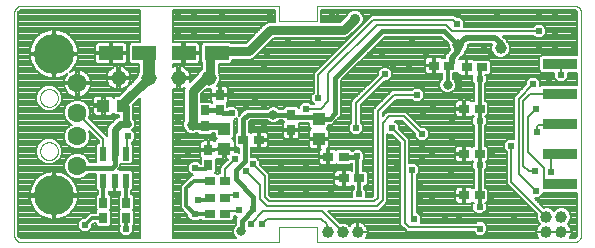
<source format=gbl>
G75*
%MOIN*%
%OFA0B0*%
%FSLAX25Y25*%
%IPPOS*%
%LPD*%
%AMOC8*
5,1,8,0,0,1.08239X$1,22.5*
%
%ADD10C,0.00000*%
%ADD11R,0.03543X0.02756*%
%ADD12R,0.02756X0.03543*%
%ADD13R,0.02362X0.04724*%
%ADD14R,0.04331X0.03937*%
%ADD15R,0.03937X0.04331*%
%ADD16R,0.07874X0.04724*%
%ADD17R,0.11811X0.03346*%
%ADD18C,0.05150*%
%ADD19C,0.03969*%
%ADD20C,0.06299*%
%ADD21C,0.13386*%
%ADD22C,0.02381*%
%ADD23C,0.00787*%
%ADD24C,0.03150*%
%ADD25C,0.03937*%
%ADD26C,0.01575*%
%ADD27C,0.01181*%
%ADD28C,0.01969*%
%ADD29C,0.02362*%
%ADD30C,0.03150*%
%ADD31C,0.03937*%
%ADD32C,0.03543*%
D10*
X0010283Y0010126D02*
X0096110Y0010126D01*
X0096110Y0015244D01*
X0108709Y0015244D01*
X0108709Y0010126D01*
X0194535Y0010126D01*
X0194630Y0010128D01*
X0194725Y0010134D01*
X0194820Y0010143D01*
X0194914Y0010157D01*
X0195007Y0010174D01*
X0195100Y0010195D01*
X0195192Y0010219D01*
X0195283Y0010248D01*
X0195373Y0010279D01*
X0195461Y0010315D01*
X0195548Y0010354D01*
X0195633Y0010397D01*
X0195716Y0010442D01*
X0195797Y0010492D01*
X0195877Y0010544D01*
X0195954Y0010600D01*
X0196029Y0010658D01*
X0196101Y0010720D01*
X0196171Y0010785D01*
X0196238Y0010852D01*
X0196303Y0010922D01*
X0196365Y0010994D01*
X0196423Y0011069D01*
X0196479Y0011146D01*
X0196531Y0011226D01*
X0196581Y0011307D01*
X0196626Y0011390D01*
X0196669Y0011475D01*
X0196708Y0011562D01*
X0196744Y0011650D01*
X0196775Y0011740D01*
X0196804Y0011831D01*
X0196828Y0011923D01*
X0196849Y0012016D01*
X0196866Y0012109D01*
X0196880Y0012203D01*
X0196889Y0012298D01*
X0196895Y0012393D01*
X0196897Y0012488D01*
X0196898Y0012488D02*
X0196898Y0086504D01*
X0196897Y0086504D02*
X0196895Y0086599D01*
X0196889Y0086694D01*
X0196880Y0086789D01*
X0196866Y0086883D01*
X0196849Y0086976D01*
X0196828Y0087069D01*
X0196804Y0087161D01*
X0196775Y0087252D01*
X0196744Y0087342D01*
X0196708Y0087430D01*
X0196669Y0087517D01*
X0196626Y0087602D01*
X0196581Y0087685D01*
X0196531Y0087766D01*
X0196479Y0087846D01*
X0196423Y0087923D01*
X0196365Y0087998D01*
X0196303Y0088070D01*
X0196238Y0088140D01*
X0196171Y0088207D01*
X0196101Y0088272D01*
X0196029Y0088334D01*
X0195954Y0088392D01*
X0195877Y0088448D01*
X0195797Y0088500D01*
X0195716Y0088550D01*
X0195633Y0088595D01*
X0195548Y0088638D01*
X0195461Y0088677D01*
X0195373Y0088713D01*
X0195283Y0088744D01*
X0195192Y0088773D01*
X0195100Y0088797D01*
X0195007Y0088818D01*
X0194914Y0088835D01*
X0194820Y0088849D01*
X0194725Y0088858D01*
X0194630Y0088864D01*
X0194535Y0088866D01*
X0108709Y0088866D01*
X0108709Y0083748D01*
X0096110Y0083748D01*
X0096110Y0088866D01*
X0010283Y0088866D01*
X0010188Y0088864D01*
X0010093Y0088858D01*
X0009998Y0088849D01*
X0009904Y0088835D01*
X0009811Y0088818D01*
X0009718Y0088797D01*
X0009626Y0088773D01*
X0009535Y0088744D01*
X0009445Y0088713D01*
X0009357Y0088677D01*
X0009270Y0088638D01*
X0009185Y0088595D01*
X0009102Y0088550D01*
X0009021Y0088500D01*
X0008941Y0088448D01*
X0008864Y0088392D01*
X0008789Y0088334D01*
X0008717Y0088272D01*
X0008647Y0088207D01*
X0008580Y0088140D01*
X0008515Y0088070D01*
X0008453Y0087998D01*
X0008395Y0087923D01*
X0008339Y0087846D01*
X0008287Y0087766D01*
X0008237Y0087685D01*
X0008192Y0087602D01*
X0008149Y0087517D01*
X0008110Y0087430D01*
X0008074Y0087342D01*
X0008043Y0087252D01*
X0008014Y0087161D01*
X0007990Y0087069D01*
X0007969Y0086976D01*
X0007952Y0086883D01*
X0007938Y0086789D01*
X0007929Y0086694D01*
X0007923Y0086599D01*
X0007921Y0086504D01*
X0007921Y0012488D01*
X0007923Y0012393D01*
X0007929Y0012298D01*
X0007938Y0012203D01*
X0007952Y0012109D01*
X0007969Y0012016D01*
X0007990Y0011923D01*
X0008014Y0011831D01*
X0008043Y0011740D01*
X0008074Y0011650D01*
X0008110Y0011562D01*
X0008149Y0011475D01*
X0008192Y0011390D01*
X0008237Y0011307D01*
X0008287Y0011226D01*
X0008339Y0011146D01*
X0008395Y0011069D01*
X0008453Y0010994D01*
X0008515Y0010922D01*
X0008580Y0010852D01*
X0008647Y0010785D01*
X0008717Y0010720D01*
X0008789Y0010658D01*
X0008864Y0010600D01*
X0008941Y0010544D01*
X0009021Y0010492D01*
X0009102Y0010442D01*
X0009185Y0010397D01*
X0009270Y0010354D01*
X0009357Y0010315D01*
X0009445Y0010279D01*
X0009535Y0010248D01*
X0009626Y0010219D01*
X0009718Y0010195D01*
X0009811Y0010174D01*
X0009904Y0010157D01*
X0009998Y0010143D01*
X0010093Y0010134D01*
X0010188Y0010128D01*
X0010283Y0010126D01*
X0016582Y0040441D02*
X0016584Y0040549D01*
X0016590Y0040658D01*
X0016600Y0040766D01*
X0016614Y0040873D01*
X0016632Y0040980D01*
X0016653Y0041087D01*
X0016679Y0041192D01*
X0016709Y0041297D01*
X0016742Y0041400D01*
X0016779Y0041502D01*
X0016820Y0041602D01*
X0016864Y0041701D01*
X0016913Y0041799D01*
X0016964Y0041894D01*
X0017019Y0041987D01*
X0017078Y0042079D01*
X0017140Y0042168D01*
X0017205Y0042255D01*
X0017273Y0042339D01*
X0017344Y0042421D01*
X0017418Y0042500D01*
X0017495Y0042576D01*
X0017575Y0042650D01*
X0017658Y0042720D01*
X0017743Y0042788D01*
X0017830Y0042852D01*
X0017920Y0042913D01*
X0018012Y0042971D01*
X0018106Y0043025D01*
X0018202Y0043076D01*
X0018299Y0043123D01*
X0018399Y0043167D01*
X0018500Y0043207D01*
X0018602Y0043243D01*
X0018705Y0043275D01*
X0018810Y0043304D01*
X0018916Y0043328D01*
X0019022Y0043349D01*
X0019129Y0043366D01*
X0019237Y0043379D01*
X0019345Y0043388D01*
X0019454Y0043393D01*
X0019562Y0043394D01*
X0019671Y0043391D01*
X0019779Y0043384D01*
X0019887Y0043373D01*
X0019994Y0043358D01*
X0020101Y0043339D01*
X0020207Y0043316D01*
X0020312Y0043290D01*
X0020417Y0043259D01*
X0020519Y0043225D01*
X0020621Y0043187D01*
X0020721Y0043145D01*
X0020820Y0043100D01*
X0020917Y0043051D01*
X0021011Y0042998D01*
X0021104Y0042942D01*
X0021195Y0042883D01*
X0021284Y0042820D01*
X0021370Y0042755D01*
X0021454Y0042686D01*
X0021535Y0042614D01*
X0021613Y0042539D01*
X0021689Y0042461D01*
X0021762Y0042380D01*
X0021832Y0042297D01*
X0021898Y0042212D01*
X0021962Y0042124D01*
X0022022Y0042033D01*
X0022079Y0041941D01*
X0022132Y0041846D01*
X0022182Y0041750D01*
X0022228Y0041652D01*
X0022271Y0041552D01*
X0022310Y0041451D01*
X0022345Y0041348D01*
X0022377Y0041245D01*
X0022404Y0041140D01*
X0022428Y0041034D01*
X0022448Y0040927D01*
X0022464Y0040820D01*
X0022476Y0040712D01*
X0022484Y0040604D01*
X0022488Y0040495D01*
X0022488Y0040387D01*
X0022484Y0040278D01*
X0022476Y0040170D01*
X0022464Y0040062D01*
X0022448Y0039955D01*
X0022428Y0039848D01*
X0022404Y0039742D01*
X0022377Y0039637D01*
X0022345Y0039534D01*
X0022310Y0039431D01*
X0022271Y0039330D01*
X0022228Y0039230D01*
X0022182Y0039132D01*
X0022132Y0039036D01*
X0022079Y0038941D01*
X0022022Y0038849D01*
X0021962Y0038758D01*
X0021898Y0038670D01*
X0021832Y0038585D01*
X0021762Y0038502D01*
X0021689Y0038421D01*
X0021613Y0038343D01*
X0021535Y0038268D01*
X0021454Y0038196D01*
X0021370Y0038127D01*
X0021284Y0038062D01*
X0021195Y0037999D01*
X0021104Y0037940D01*
X0021012Y0037884D01*
X0020917Y0037831D01*
X0020820Y0037782D01*
X0020721Y0037737D01*
X0020621Y0037695D01*
X0020519Y0037657D01*
X0020417Y0037623D01*
X0020312Y0037592D01*
X0020207Y0037566D01*
X0020101Y0037543D01*
X0019994Y0037524D01*
X0019887Y0037509D01*
X0019779Y0037498D01*
X0019671Y0037491D01*
X0019562Y0037488D01*
X0019454Y0037489D01*
X0019345Y0037494D01*
X0019237Y0037503D01*
X0019129Y0037516D01*
X0019022Y0037533D01*
X0018916Y0037554D01*
X0018810Y0037578D01*
X0018705Y0037607D01*
X0018602Y0037639D01*
X0018500Y0037675D01*
X0018399Y0037715D01*
X0018299Y0037759D01*
X0018202Y0037806D01*
X0018106Y0037857D01*
X0018012Y0037911D01*
X0017920Y0037969D01*
X0017830Y0038030D01*
X0017743Y0038094D01*
X0017658Y0038162D01*
X0017575Y0038232D01*
X0017495Y0038306D01*
X0017418Y0038382D01*
X0017344Y0038461D01*
X0017273Y0038543D01*
X0017205Y0038627D01*
X0017140Y0038714D01*
X0017078Y0038803D01*
X0017019Y0038895D01*
X0016964Y0038988D01*
X0016913Y0039083D01*
X0016864Y0039181D01*
X0016820Y0039280D01*
X0016779Y0039380D01*
X0016742Y0039482D01*
X0016709Y0039585D01*
X0016679Y0039690D01*
X0016653Y0039795D01*
X0016632Y0039902D01*
X0016614Y0040009D01*
X0016600Y0040116D01*
X0016590Y0040224D01*
X0016584Y0040333D01*
X0016582Y0040441D01*
X0016582Y0058157D02*
X0016584Y0058265D01*
X0016590Y0058374D01*
X0016600Y0058482D01*
X0016614Y0058589D01*
X0016632Y0058696D01*
X0016653Y0058803D01*
X0016679Y0058908D01*
X0016709Y0059013D01*
X0016742Y0059116D01*
X0016779Y0059218D01*
X0016820Y0059318D01*
X0016864Y0059417D01*
X0016913Y0059515D01*
X0016964Y0059610D01*
X0017019Y0059703D01*
X0017078Y0059795D01*
X0017140Y0059884D01*
X0017205Y0059971D01*
X0017273Y0060055D01*
X0017344Y0060137D01*
X0017418Y0060216D01*
X0017495Y0060292D01*
X0017575Y0060366D01*
X0017658Y0060436D01*
X0017743Y0060504D01*
X0017830Y0060568D01*
X0017920Y0060629D01*
X0018012Y0060687D01*
X0018106Y0060741D01*
X0018202Y0060792D01*
X0018299Y0060839D01*
X0018399Y0060883D01*
X0018500Y0060923D01*
X0018602Y0060959D01*
X0018705Y0060991D01*
X0018810Y0061020D01*
X0018916Y0061044D01*
X0019022Y0061065D01*
X0019129Y0061082D01*
X0019237Y0061095D01*
X0019345Y0061104D01*
X0019454Y0061109D01*
X0019562Y0061110D01*
X0019671Y0061107D01*
X0019779Y0061100D01*
X0019887Y0061089D01*
X0019994Y0061074D01*
X0020101Y0061055D01*
X0020207Y0061032D01*
X0020312Y0061006D01*
X0020417Y0060975D01*
X0020519Y0060941D01*
X0020621Y0060903D01*
X0020721Y0060861D01*
X0020820Y0060816D01*
X0020917Y0060767D01*
X0021011Y0060714D01*
X0021104Y0060658D01*
X0021195Y0060599D01*
X0021284Y0060536D01*
X0021370Y0060471D01*
X0021454Y0060402D01*
X0021535Y0060330D01*
X0021613Y0060255D01*
X0021689Y0060177D01*
X0021762Y0060096D01*
X0021832Y0060013D01*
X0021898Y0059928D01*
X0021962Y0059840D01*
X0022022Y0059749D01*
X0022079Y0059657D01*
X0022132Y0059562D01*
X0022182Y0059466D01*
X0022228Y0059368D01*
X0022271Y0059268D01*
X0022310Y0059167D01*
X0022345Y0059064D01*
X0022377Y0058961D01*
X0022404Y0058856D01*
X0022428Y0058750D01*
X0022448Y0058643D01*
X0022464Y0058536D01*
X0022476Y0058428D01*
X0022484Y0058320D01*
X0022488Y0058211D01*
X0022488Y0058103D01*
X0022484Y0057994D01*
X0022476Y0057886D01*
X0022464Y0057778D01*
X0022448Y0057671D01*
X0022428Y0057564D01*
X0022404Y0057458D01*
X0022377Y0057353D01*
X0022345Y0057250D01*
X0022310Y0057147D01*
X0022271Y0057046D01*
X0022228Y0056946D01*
X0022182Y0056848D01*
X0022132Y0056752D01*
X0022079Y0056657D01*
X0022022Y0056565D01*
X0021962Y0056474D01*
X0021898Y0056386D01*
X0021832Y0056301D01*
X0021762Y0056218D01*
X0021689Y0056137D01*
X0021613Y0056059D01*
X0021535Y0055984D01*
X0021454Y0055912D01*
X0021370Y0055843D01*
X0021284Y0055778D01*
X0021195Y0055715D01*
X0021104Y0055656D01*
X0021012Y0055600D01*
X0020917Y0055547D01*
X0020820Y0055498D01*
X0020721Y0055453D01*
X0020621Y0055411D01*
X0020519Y0055373D01*
X0020417Y0055339D01*
X0020312Y0055308D01*
X0020207Y0055282D01*
X0020101Y0055259D01*
X0019994Y0055240D01*
X0019887Y0055225D01*
X0019779Y0055214D01*
X0019671Y0055207D01*
X0019562Y0055204D01*
X0019454Y0055205D01*
X0019345Y0055210D01*
X0019237Y0055219D01*
X0019129Y0055232D01*
X0019022Y0055249D01*
X0018916Y0055270D01*
X0018810Y0055294D01*
X0018705Y0055323D01*
X0018602Y0055355D01*
X0018500Y0055391D01*
X0018399Y0055431D01*
X0018299Y0055475D01*
X0018202Y0055522D01*
X0018106Y0055573D01*
X0018012Y0055627D01*
X0017920Y0055685D01*
X0017830Y0055746D01*
X0017743Y0055810D01*
X0017658Y0055878D01*
X0017575Y0055948D01*
X0017495Y0056022D01*
X0017418Y0056098D01*
X0017344Y0056177D01*
X0017273Y0056259D01*
X0017205Y0056343D01*
X0017140Y0056430D01*
X0017078Y0056519D01*
X0017019Y0056611D01*
X0016964Y0056704D01*
X0016913Y0056799D01*
X0016864Y0056897D01*
X0016820Y0056996D01*
X0016779Y0057096D01*
X0016742Y0057198D01*
X0016709Y0057301D01*
X0016679Y0057406D01*
X0016653Y0057511D01*
X0016632Y0057618D01*
X0016614Y0057725D01*
X0016600Y0057832D01*
X0016590Y0057940D01*
X0016584Y0058049D01*
X0016582Y0058157D01*
D11*
X0073079Y0030598D03*
X0078197Y0030598D03*
X0078197Y0024890D03*
X0073079Y0024890D03*
X0073079Y0019575D03*
X0078197Y0019575D03*
X0117764Y0031386D03*
X0122882Y0031386D03*
X0117724Y0038472D03*
X0112606Y0038472D03*
X0089457Y0044142D03*
X0084339Y0044142D03*
X0147882Y0068984D03*
X0153000Y0068984D03*
X0158709Y0068394D03*
X0163827Y0068394D03*
X0163039Y0054614D03*
X0157921Y0054614D03*
X0157921Y0039457D03*
X0163039Y0039457D03*
X0163039Y0025677D03*
X0157921Y0025677D03*
D12*
X0100244Y0047528D03*
X0100244Y0052646D03*
X0076425Y0054024D03*
X0071504Y0054024D03*
X0076425Y0059142D03*
X0071504Y0048906D03*
X0072685Y0040835D03*
X0072685Y0035717D03*
X0045323Y0023315D03*
X0037646Y0023315D03*
X0037646Y0018197D03*
X0045323Y0018197D03*
D13*
X0045126Y0030598D03*
X0041386Y0030598D03*
X0037646Y0030598D03*
X0037646Y0039654D03*
X0041386Y0039654D03*
X0045126Y0039654D03*
D14*
X0044339Y0055598D03*
X0037646Y0055598D03*
D15*
X0078000Y0047921D03*
X0078000Y0041228D03*
X0109496Y0044575D03*
X0109496Y0051268D03*
D16*
X0075441Y0073118D03*
X0064417Y0073118D03*
X0051228Y0073118D03*
X0040205Y0073118D03*
D17*
X0189969Y0069496D03*
X0189969Y0059496D03*
X0189969Y0049496D03*
X0189969Y0039496D03*
X0189969Y0029496D03*
D18*
X0072724Y0064850D03*
X0062724Y0064850D03*
X0052724Y0064850D03*
X0042724Y0064850D03*
D19*
X0112370Y0013472D03*
X0117370Y0013472D03*
X0122370Y0013472D03*
X0185343Y0013531D03*
X0190343Y0013531D03*
X0190343Y0018531D03*
X0185343Y0018531D03*
D20*
X0028984Y0035520D03*
X0028984Y0045362D03*
X0028984Y0053236D03*
X0028984Y0063079D03*
D21*
X0021110Y0072921D03*
X0021110Y0025677D03*
D22*
X0031543Y0015835D03*
X0045323Y0014457D03*
X0062449Y0012488D03*
X0068945Y0012488D03*
X0068059Y0019378D03*
X0062449Y0018787D03*
X0069339Y0024299D03*
X0062449Y0025087D03*
X0062449Y0031386D03*
X0068354Y0034732D03*
X0062449Y0037685D03*
X0065795Y0040638D03*
X0062449Y0043984D03*
X0062449Y0050283D03*
X0062449Y0056583D03*
X0071504Y0058354D03*
X0080165Y0059142D03*
X0085087Y0058945D03*
X0088236Y0057173D03*
X0091189Y0055402D03*
X0085087Y0055402D03*
X0080362Y0053039D03*
X0087252Y0049496D03*
X0091189Y0049496D03*
X0105165Y0054614D03*
X0109299Y0058157D03*
X0091189Y0058945D03*
X0086858Y0067606D03*
X0091189Y0067803D03*
X0081740Y0067606D03*
X0077016Y0067606D03*
X0092173Y0073118D03*
X0099063Y0077055D03*
X0109299Y0077055D03*
X0126622Y0072528D03*
X0130362Y0072528D03*
X0134299Y0068000D03*
X0131543Y0066031D03*
X0139417Y0068000D03*
X0145323Y0073315D03*
X0152016Y0073709D03*
X0164417Y0075087D03*
X0166780Y0072331D03*
X0163039Y0064457D03*
X0156346Y0064457D03*
X0156346Y0061504D03*
X0143748Y0062488D03*
X0142173Y0059142D03*
X0144142Y0056583D03*
X0147685Y0054614D03*
X0144142Y0052843D03*
X0153787Y0051071D03*
X0163039Y0050480D03*
X0153984Y0043394D03*
X0147094Y0040244D03*
X0143945Y0042213D03*
X0143748Y0046150D03*
X0133709Y0048118D03*
X0121898Y0048118D03*
X0113630Y0043197D03*
X0105165Y0043197D03*
X0096701Y0043197D03*
X0087646Y0040835D03*
X0081543Y0037882D03*
X0087449Y0036110D03*
X0085283Y0033748D03*
X0096701Y0034732D03*
X0105165Y0034732D03*
X0113630Y0034732D03*
X0122291Y0038669D03*
X0135677Y0036110D03*
X0140598Y0034142D03*
X0143945Y0037685D03*
X0155953Y0034535D03*
X0153394Y0032370D03*
X0143354Y0029024D03*
X0143354Y0024693D03*
X0147094Y0024693D03*
X0143354Y0020362D03*
X0141189Y0017803D03*
X0151622Y0017803D03*
X0156150Y0017803D03*
X0163236Y0014654D03*
X0167764Y0012488D03*
X0174457Y0012488D03*
X0174457Y0018787D03*
X0165205Y0019378D03*
X0163039Y0021740D03*
X0166780Y0023709D03*
X0181937Y0027055D03*
X0186858Y0033354D03*
X0181543Y0033748D03*
X0167173Y0040638D03*
X0173472Y0042016D03*
X0182134Y0046937D03*
X0181937Y0054417D03*
X0180953Y0062882D03*
X0186071Y0063472D03*
X0190205Y0065835D03*
X0193945Y0065835D03*
X0194535Y0075677D03*
X0188236Y0075677D03*
X0182724Y0075677D03*
X0182724Y0080402D03*
X0188236Y0080205D03*
X0194535Y0080205D03*
X0194535Y0086504D03*
X0188236Y0086504D03*
X0182724Y0086504D03*
X0168945Y0086504D03*
X0155756Y0086504D03*
X0155559Y0082764D03*
X0140598Y0077055D03*
X0113827Y0085520D03*
X0093157Y0085323D03*
X0077213Y0085717D03*
X0077213Y0080598D03*
X0067764Y0080598D03*
X0062449Y0080598D03*
X0062449Y0086504D03*
X0067764Y0086504D03*
X0045913Y0049496D03*
X0045913Y0045362D03*
X0081937Y0025874D03*
X0082921Y0020953D03*
X0087646Y0021150D03*
X0086858Y0016228D03*
X0090598Y0016228D03*
X0096701Y0026268D03*
X0105165Y0026268D03*
X0113630Y0026268D03*
X0122882Y0026268D03*
X0128000Y0012488D03*
X0135087Y0012488D03*
X0141780Y0012488D03*
X0153787Y0012488D03*
X0163039Y0035913D03*
D23*
X0161268Y0034331D02*
X0160668Y0034931D01*
X0160668Y0036896D01*
X0160724Y0036952D01*
X0160631Y0037045D01*
X0160549Y0036963D01*
X0160231Y0036780D01*
X0159876Y0036685D01*
X0158217Y0036685D01*
X0158217Y0039161D01*
X0157626Y0039161D01*
X0157626Y0036685D01*
X0155966Y0036685D01*
X0155612Y0036780D01*
X0155294Y0036963D01*
X0155034Y0037223D01*
X0154851Y0037541D01*
X0154756Y0037895D01*
X0154756Y0039161D01*
X0157626Y0039161D01*
X0157626Y0039752D01*
X0157626Y0042228D01*
X0155966Y0042228D01*
X0155612Y0042133D01*
X0155294Y0041950D01*
X0155034Y0041690D01*
X0154851Y0041373D01*
X0154756Y0041018D01*
X0154756Y0039752D01*
X0157626Y0039752D01*
X0158217Y0039752D01*
X0158217Y0042228D01*
X0159876Y0042228D01*
X0160231Y0042133D01*
X0160549Y0041950D01*
X0160631Y0041868D01*
X0160778Y0042016D01*
X0161268Y0042016D01*
X0161268Y0048898D01*
X0160668Y0049498D01*
X0160668Y0051463D01*
X0161260Y0052055D01*
X0160778Y0052055D01*
X0160631Y0052203D01*
X0160549Y0052121D01*
X0160231Y0051937D01*
X0159876Y0051843D01*
X0158217Y0051843D01*
X0158217Y0054319D01*
X0157626Y0054319D01*
X0154756Y0054319D01*
X0154756Y0053053D01*
X0154851Y0052698D01*
X0155034Y0052380D01*
X0155294Y0052121D01*
X0155612Y0051937D01*
X0155966Y0051843D01*
X0157626Y0051843D01*
X0157626Y0054319D01*
X0157626Y0054909D01*
X0154756Y0054909D01*
X0154756Y0056176D01*
X0154851Y0056530D01*
X0155034Y0056848D01*
X0155294Y0057107D01*
X0155612Y0057291D01*
X0155966Y0057386D01*
X0157626Y0057386D01*
X0157626Y0054910D01*
X0158217Y0054910D01*
X0158217Y0057386D01*
X0159876Y0057386D01*
X0160231Y0057291D01*
X0160549Y0057107D01*
X0160631Y0057025D01*
X0160778Y0057173D01*
X0161268Y0057173D01*
X0161268Y0062874D01*
X0160668Y0063474D01*
X0160668Y0065439D01*
X0160919Y0065690D01*
X0160664Y0065622D01*
X0159004Y0065622D01*
X0159004Y0068098D01*
X0158413Y0068098D01*
X0158413Y0065622D01*
X0156754Y0065622D01*
X0156399Y0065717D01*
X0156081Y0065901D01*
X0155822Y0066160D01*
X0155638Y0066478D01*
X0155570Y0066734D01*
X0155261Y0066425D01*
X0154181Y0066425D01*
X0154181Y0064614D01*
X0154746Y0064049D01*
X0155165Y0063036D01*
X0155165Y0061940D01*
X0154746Y0060927D01*
X0153971Y0060152D01*
X0152958Y0059732D01*
X0151861Y0059732D01*
X0150848Y0060152D01*
X0150073Y0060927D01*
X0149654Y0061940D01*
X0149654Y0063036D01*
X0150073Y0064049D01*
X0150638Y0064614D01*
X0150638Y0066527D01*
X0150591Y0066573D01*
X0150509Y0066491D01*
X0150191Y0066308D01*
X0149837Y0066213D01*
X0148177Y0066213D01*
X0148177Y0068689D01*
X0147587Y0068689D01*
X0147587Y0066213D01*
X0145927Y0066213D01*
X0145572Y0066308D01*
X0145254Y0066491D01*
X0144995Y0066751D01*
X0144812Y0067068D01*
X0144717Y0067423D01*
X0144717Y0068689D01*
X0147587Y0068689D01*
X0147587Y0069280D01*
X0147587Y0071756D01*
X0145927Y0071756D01*
X0145572Y0071661D01*
X0145254Y0071477D01*
X0144995Y0071218D01*
X0144812Y0070900D01*
X0144717Y0070546D01*
X0144717Y0069280D01*
X0147587Y0069280D01*
X0148177Y0069280D01*
X0148177Y0071756D01*
X0149837Y0071756D01*
X0150191Y0071661D01*
X0150509Y0071477D01*
X0150591Y0071395D01*
X0150739Y0071543D01*
X0151622Y0071543D01*
X0151622Y0072440D01*
X0152890Y0073709D01*
X0153222Y0074040D01*
X0152803Y0075051D01*
X0152803Y0076043D01*
X0150216Y0078630D01*
X0131374Y0078630D01*
X0116780Y0064035D01*
X0116780Y0052224D01*
X0115626Y0051071D01*
X0115626Y0051071D01*
X0115008Y0050452D01*
X0113855Y0049299D01*
X0112646Y0049299D01*
X0112646Y0048613D01*
X0112046Y0048014D01*
X0112320Y0047855D01*
X0112580Y0047596D01*
X0112763Y0047278D01*
X0112858Y0046924D01*
X0112858Y0044968D01*
X0109890Y0044968D01*
X0109890Y0044181D01*
X0112858Y0044181D01*
X0112858Y0042226D01*
X0112763Y0041871D01*
X0112580Y0041554D01*
X0112320Y0041294D01*
X0112233Y0041244D01*
X0112311Y0041244D01*
X0112311Y0038768D01*
X0112902Y0038768D01*
X0112902Y0041244D01*
X0114561Y0041244D01*
X0114916Y0041149D01*
X0115234Y0040966D01*
X0115316Y0040884D01*
X0115464Y0041031D01*
X0119985Y0041031D01*
X0120576Y0040441D01*
X0120709Y0040441D01*
X0121309Y0041041D01*
X0123274Y0041041D01*
X0124663Y0039652D01*
X0124663Y0037687D01*
X0124063Y0037087D01*
X0124063Y0033945D01*
X0125143Y0033945D01*
X0125835Y0033253D01*
X0125835Y0029519D01*
X0125143Y0028827D01*
X0124654Y0028827D01*
X0124654Y0027850D01*
X0125254Y0027250D01*
X0125254Y0025285D01*
X0125252Y0025283D01*
X0127348Y0025283D01*
X0127606Y0025542D01*
X0127606Y0054479D01*
X0133844Y0060717D01*
X0140394Y0060717D01*
X0141191Y0061513D01*
X0143156Y0061513D01*
X0144545Y0060124D01*
X0144545Y0058159D01*
X0143156Y0056770D01*
X0141191Y0056770D01*
X0140394Y0057567D01*
X0135148Y0057567D01*
X0130756Y0053174D01*
X0130756Y0052117D01*
X0131346Y0052707D01*
X0132269Y0053630D01*
X0138495Y0053630D01*
X0143603Y0048521D01*
X0144730Y0048521D01*
X0146120Y0047132D01*
X0146120Y0045167D01*
X0144730Y0043778D01*
X0142766Y0043778D01*
X0141376Y0045167D01*
X0141376Y0046294D01*
X0137190Y0050480D01*
X0134700Y0050480D01*
X0136080Y0049100D01*
X0136080Y0047974D01*
X0139614Y0044440D01*
X0139614Y0036511D01*
X0139616Y0036513D01*
X0141581Y0036513D01*
X0142970Y0035124D01*
X0142970Y0033159D01*
X0142173Y0032362D01*
X0142173Y0020173D01*
X0143561Y0018786D01*
X0143561Y0016821D01*
X0143362Y0016622D01*
X0161851Y0016622D01*
X0162254Y0017025D01*
X0164219Y0017025D01*
X0165608Y0015636D01*
X0165608Y0013671D01*
X0164219Y0012282D01*
X0162254Y0012282D01*
X0161063Y0013472D01*
X0138962Y0013472D01*
X0138039Y0014395D01*
X0136465Y0015970D01*
X0136465Y0043135D01*
X0133853Y0045746D01*
X0132726Y0045746D01*
X0132331Y0046142D01*
X0132331Y0023450D01*
X0131408Y0022528D01*
X0129440Y0020559D01*
X0112511Y0020559D01*
X0116522Y0016547D01*
X0116740Y0016638D01*
X0118000Y0016638D01*
X0119163Y0016156D01*
X0119725Y0015594D01*
X0119746Y0015626D01*
X0120217Y0016096D01*
X0120770Y0016466D01*
X0121385Y0016721D01*
X0122037Y0016850D01*
X0122272Y0016850D01*
X0122272Y0013571D01*
X0122469Y0013571D01*
X0125748Y0013571D01*
X0125748Y0013805D01*
X0125618Y0014458D01*
X0125364Y0015072D01*
X0124994Y0015626D01*
X0124523Y0016096D01*
X0123970Y0016466D01*
X0123355Y0016721D01*
X0122703Y0016850D01*
X0122469Y0016850D01*
X0122469Y0013571D01*
X0122469Y0013374D01*
X0125748Y0013374D01*
X0125748Y0013140D01*
X0125618Y0012487D01*
X0125364Y0011872D01*
X0125128Y0011520D01*
X0182624Y0011520D01*
X0182349Y0011931D01*
X0182094Y0012546D01*
X0181965Y0013199D01*
X0181965Y0013433D01*
X0185244Y0013433D01*
X0185244Y0013630D01*
X0181965Y0013630D01*
X0181965Y0013864D01*
X0182094Y0014517D01*
X0182349Y0015132D01*
X0182719Y0015685D01*
X0183189Y0016155D01*
X0183221Y0016177D01*
X0182659Y0016738D01*
X0182177Y0017902D01*
X0182177Y0019161D01*
X0182268Y0019379D01*
X0172094Y0029552D01*
X0172094Y0040040D01*
X0171101Y0041033D01*
X0171101Y0042998D01*
X0172490Y0044387D01*
X0174455Y0044387D01*
X0174457Y0044385D01*
X0174457Y0058613D01*
X0178581Y0062737D01*
X0178581Y0063864D01*
X0179970Y0065254D01*
X0181935Y0065254D01*
X0183324Y0063864D01*
X0183324Y0062101D01*
X0183574Y0062350D01*
X0195504Y0062350D01*
X0195504Y0066642D01*
X0192576Y0066642D01*
X0192576Y0064852D01*
X0191187Y0063463D01*
X0189222Y0063463D01*
X0187833Y0064852D01*
X0187833Y0066642D01*
X0183574Y0066642D01*
X0182882Y0067334D01*
X0182882Y0071659D01*
X0183574Y0072350D01*
X0195504Y0072350D01*
X0195504Y0086504D01*
X0195471Y0086755D01*
X0195220Y0087189D01*
X0194786Y0087439D01*
X0194535Y0087472D01*
X0122129Y0087472D01*
X0123177Y0087039D01*
X0124007Y0086208D01*
X0124457Y0085123D01*
X0124457Y0083948D01*
X0124007Y0082863D01*
X0123177Y0082032D01*
X0122701Y0081835D01*
X0119325Y0078459D01*
X0118312Y0078039D01*
X0094496Y0078039D01*
X0087829Y0071372D01*
X0086816Y0070953D01*
X0080559Y0070953D01*
X0080559Y0070267D01*
X0079867Y0069575D01*
X0076031Y0069575D01*
X0076031Y0066681D01*
X0076480Y0065597D01*
X0076480Y0064103D01*
X0075909Y0062723D01*
X0075493Y0062307D01*
X0076130Y0062307D01*
X0076130Y0059437D01*
X0076720Y0059437D01*
X0076720Y0062307D01*
X0077987Y0062307D01*
X0078341Y0062212D01*
X0078659Y0062029D01*
X0078918Y0061769D01*
X0079102Y0061451D01*
X0079197Y0061097D01*
X0079197Y0059437D01*
X0076721Y0059437D01*
X0076721Y0058846D01*
X0079197Y0058846D01*
X0079197Y0057187D01*
X0079102Y0056832D01*
X0078918Y0056514D01*
X0078836Y0056432D01*
X0078984Y0056284D01*
X0078984Y0055015D01*
X0079380Y0055411D01*
X0081345Y0055411D01*
X0082734Y0054022D01*
X0082734Y0052289D01*
X0083484Y0053039D01*
X0085059Y0054614D01*
X0092410Y0054614D01*
X0092777Y0054982D01*
X0093790Y0055402D01*
X0094887Y0055402D01*
X0095900Y0054982D01*
X0096267Y0054614D01*
X0097685Y0054614D01*
X0097685Y0054907D01*
X0098377Y0055598D01*
X0102111Y0055598D01*
X0102794Y0054916D01*
X0102794Y0055597D01*
X0104183Y0056986D01*
X0106148Y0056986D01*
X0106945Y0056189D01*
X0107914Y0056189D01*
X0106928Y0057175D01*
X0106928Y0059140D01*
X0107724Y0059937D01*
X0107724Y0066487D01*
X0126031Y0084794D01*
X0126954Y0085717D01*
X0154833Y0085717D01*
X0155415Y0085135D01*
X0156541Y0085135D01*
X0157931Y0083746D01*
X0157931Y0081976D01*
X0180945Y0081976D01*
X0181742Y0082773D01*
X0183707Y0082773D01*
X0185096Y0081384D01*
X0185096Y0079419D01*
X0183707Y0078030D01*
X0181742Y0078030D01*
X0180945Y0078827D01*
X0170826Y0078827D01*
X0171023Y0078630D01*
X0172291Y0077361D01*
X0172291Y0076982D01*
X0172796Y0076477D01*
X0173276Y0075319D01*
X0173276Y0074066D01*
X0172796Y0072909D01*
X0171910Y0072023D01*
X0170752Y0071543D01*
X0169499Y0071543D01*
X0168342Y0072023D01*
X0167456Y0072909D01*
X0166976Y0074066D01*
X0166976Y0075319D01*
X0167288Y0076071D01*
X0159409Y0076071D01*
X0159102Y0075764D01*
X0159102Y0075051D01*
X0158623Y0073893D01*
X0158118Y0073388D01*
X0158118Y0072812D01*
X0156346Y0071040D01*
X0156399Y0071070D01*
X0156754Y0071165D01*
X0158413Y0071165D01*
X0158413Y0068689D01*
X0159004Y0068689D01*
X0159004Y0071165D01*
X0160664Y0071165D01*
X0161018Y0071070D01*
X0161336Y0070887D01*
X0161418Y0070805D01*
X0161566Y0070953D01*
X0166088Y0070953D01*
X0166780Y0070261D01*
X0166780Y0066527D01*
X0166088Y0065835D01*
X0165015Y0065835D01*
X0165411Y0065439D01*
X0165411Y0063474D01*
X0164811Y0062874D01*
X0164811Y0057173D01*
X0165300Y0057173D01*
X0165992Y0056481D01*
X0165992Y0052747D01*
X0165300Y0052055D01*
X0164819Y0052055D01*
X0165411Y0051463D01*
X0165411Y0049498D01*
X0164811Y0048898D01*
X0164811Y0042016D01*
X0165300Y0042016D01*
X0165992Y0041324D01*
X0165992Y0037590D01*
X0165355Y0036952D01*
X0165411Y0036896D01*
X0165411Y0034931D01*
X0164811Y0034331D01*
X0164811Y0028236D01*
X0165300Y0028236D01*
X0165992Y0027544D01*
X0165992Y0023810D01*
X0165300Y0023118D01*
X0165015Y0023118D01*
X0165411Y0022723D01*
X0165411Y0020758D01*
X0164022Y0019369D01*
X0162057Y0019369D01*
X0160668Y0020758D01*
X0160668Y0022723D01*
X0161063Y0023118D01*
X0160778Y0023118D01*
X0160631Y0023266D01*
X0160549Y0023184D01*
X0160231Y0023000D01*
X0159876Y0022906D01*
X0158217Y0022905D01*
X0158217Y0025382D01*
X0157626Y0025382D01*
X0154756Y0025382D01*
X0154756Y0024116D01*
X0154851Y0023761D01*
X0155034Y0023443D01*
X0155294Y0023184D01*
X0155612Y0023000D01*
X0155966Y0022906D01*
X0157626Y0022906D01*
X0157626Y0025382D01*
X0157626Y0025972D01*
X0154756Y0025972D01*
X0154756Y0027239D01*
X0154851Y0027593D01*
X0155034Y0027911D01*
X0155294Y0028170D01*
X0155612Y0028354D01*
X0155966Y0028449D01*
X0157626Y0028449D01*
X0157626Y0025973D01*
X0158217Y0025973D01*
X0158217Y0028449D01*
X0159876Y0028449D01*
X0160231Y0028354D01*
X0160549Y0028170D01*
X0160631Y0028088D01*
X0160778Y0028236D01*
X0161268Y0028236D01*
X0161268Y0034331D01*
X0161109Y0034489D02*
X0142970Y0034489D01*
X0142970Y0033703D02*
X0161268Y0033703D01*
X0161268Y0032917D02*
X0142728Y0032917D01*
X0142173Y0032132D02*
X0161268Y0032132D01*
X0161268Y0031346D02*
X0142173Y0031346D01*
X0142173Y0030560D02*
X0161268Y0030560D01*
X0161268Y0029774D02*
X0142173Y0029774D01*
X0142173Y0028988D02*
X0161268Y0028988D01*
X0160744Y0028202D02*
X0160494Y0028202D01*
X0158217Y0028202D02*
X0157626Y0028202D01*
X0157626Y0027416D02*
X0158217Y0027416D01*
X0158217Y0026630D02*
X0157626Y0026630D01*
X0157626Y0025844D02*
X0142173Y0025844D01*
X0142173Y0025058D02*
X0154756Y0025058D01*
X0154756Y0024272D02*
X0142173Y0024272D01*
X0142173Y0023487D02*
X0155009Y0023487D01*
X0157626Y0023487D02*
X0158217Y0023487D01*
X0158217Y0024272D02*
X0157626Y0024272D01*
X0157626Y0025058D02*
X0158217Y0025058D01*
X0160668Y0022701D02*
X0142173Y0022701D01*
X0142173Y0021915D02*
X0160668Y0021915D01*
X0160668Y0021129D02*
X0142173Y0021129D01*
X0142173Y0020343D02*
X0161083Y0020343D01*
X0161869Y0019557D02*
X0142789Y0019557D01*
X0143561Y0018771D02*
X0182177Y0018771D01*
X0182177Y0017985D02*
X0143561Y0017985D01*
X0143561Y0017199D02*
X0182468Y0017199D01*
X0182984Y0016413D02*
X0164830Y0016413D01*
X0165608Y0015627D02*
X0182680Y0015627D01*
X0182229Y0014841D02*
X0165608Y0014841D01*
X0165608Y0014056D02*
X0182003Y0014056D01*
X0181965Y0013270D02*
X0165206Y0013270D01*
X0164420Y0012484D02*
X0182120Y0012484D01*
X0182505Y0011698D02*
X0125247Y0011698D01*
X0125617Y0012484D02*
X0162052Y0012484D01*
X0161266Y0013270D02*
X0125748Y0013270D01*
X0125698Y0014056D02*
X0138379Y0014056D01*
X0137593Y0014841D02*
X0125459Y0014841D01*
X0124992Y0015627D02*
X0136807Y0015627D01*
X0136465Y0016413D02*
X0124049Y0016413D01*
X0122469Y0016413D02*
X0122272Y0016413D01*
X0122272Y0015627D02*
X0122469Y0015627D01*
X0122469Y0014841D02*
X0122272Y0014841D01*
X0122272Y0014056D02*
X0122469Y0014056D01*
X0119748Y0015627D02*
X0119692Y0015627D01*
X0120691Y0016413D02*
X0118542Y0016413D01*
X0115870Y0017199D02*
X0136465Y0017199D01*
X0136465Y0017985D02*
X0115084Y0017985D01*
X0114299Y0018771D02*
X0136465Y0018771D01*
X0136465Y0019557D02*
X0113513Y0019557D01*
X0112727Y0020343D02*
X0136465Y0020343D01*
X0136465Y0021129D02*
X0130009Y0021129D01*
X0130795Y0021915D02*
X0136465Y0021915D01*
X0136465Y0022701D02*
X0131581Y0022701D01*
X0132331Y0023487D02*
X0136465Y0023487D01*
X0136465Y0024272D02*
X0132331Y0024272D01*
X0132331Y0025058D02*
X0136465Y0025058D01*
X0136465Y0025844D02*
X0132331Y0025844D01*
X0132331Y0026630D02*
X0136465Y0026630D01*
X0136465Y0027416D02*
X0132331Y0027416D01*
X0132331Y0028202D02*
X0136465Y0028202D01*
X0136465Y0028988D02*
X0132331Y0028988D01*
X0132331Y0029774D02*
X0136465Y0029774D01*
X0136465Y0030560D02*
X0132331Y0030560D01*
X0132331Y0031346D02*
X0136465Y0031346D01*
X0136465Y0032132D02*
X0132331Y0032132D01*
X0132331Y0032917D02*
X0136465Y0032917D01*
X0136465Y0033703D02*
X0132331Y0033703D01*
X0132331Y0034489D02*
X0136465Y0034489D01*
X0136465Y0035275D02*
X0132331Y0035275D01*
X0132331Y0036061D02*
X0136465Y0036061D01*
X0136465Y0036847D02*
X0132331Y0036847D01*
X0132331Y0037633D02*
X0136465Y0037633D01*
X0136465Y0038419D02*
X0132331Y0038419D01*
X0132331Y0039205D02*
X0136465Y0039205D01*
X0136465Y0039991D02*
X0132331Y0039991D01*
X0132331Y0040777D02*
X0136465Y0040777D01*
X0136465Y0041563D02*
X0132331Y0041563D01*
X0132331Y0042348D02*
X0136465Y0042348D01*
X0136465Y0043134D02*
X0132331Y0043134D01*
X0132331Y0043920D02*
X0135679Y0043920D01*
X0134894Y0044706D02*
X0132331Y0044706D01*
X0132331Y0045492D02*
X0134108Y0045492D01*
X0133709Y0048118D02*
X0138039Y0043787D01*
X0138039Y0016622D01*
X0139614Y0015047D01*
X0162843Y0015047D01*
X0163236Y0014654D01*
X0164210Y0019557D02*
X0182090Y0019557D01*
X0181304Y0020343D02*
X0164996Y0020343D01*
X0165411Y0021129D02*
X0180518Y0021129D01*
X0179732Y0021915D02*
X0165411Y0021915D01*
X0165411Y0022701D02*
X0178946Y0022701D01*
X0178160Y0023487D02*
X0165669Y0023487D01*
X0165992Y0024272D02*
X0177374Y0024272D01*
X0176589Y0025058D02*
X0165992Y0025058D01*
X0165992Y0025844D02*
X0175803Y0025844D01*
X0175017Y0026630D02*
X0165992Y0026630D01*
X0165992Y0027416D02*
X0174231Y0027416D01*
X0173445Y0028202D02*
X0165334Y0028202D01*
X0164811Y0028988D02*
X0172659Y0028988D01*
X0172094Y0029774D02*
X0164811Y0029774D01*
X0164811Y0030560D02*
X0172094Y0030560D01*
X0172094Y0031346D02*
X0164811Y0031346D01*
X0164811Y0032132D02*
X0172094Y0032132D01*
X0172094Y0032917D02*
X0164811Y0032917D01*
X0164811Y0033703D02*
X0172094Y0033703D01*
X0172094Y0034489D02*
X0164969Y0034489D01*
X0165411Y0035275D02*
X0172094Y0035275D01*
X0172094Y0036061D02*
X0165411Y0036061D01*
X0165411Y0036847D02*
X0172094Y0036847D01*
X0172094Y0037633D02*
X0165992Y0037633D01*
X0165992Y0038419D02*
X0172094Y0038419D01*
X0172094Y0039205D02*
X0165992Y0039205D01*
X0165992Y0039991D02*
X0172094Y0039991D01*
X0171358Y0040777D02*
X0165992Y0040777D01*
X0165753Y0041563D02*
X0171101Y0041563D01*
X0171101Y0042348D02*
X0164811Y0042348D01*
X0164811Y0043134D02*
X0171237Y0043134D01*
X0172023Y0043920D02*
X0164811Y0043920D01*
X0164811Y0044706D02*
X0174457Y0044706D01*
X0174457Y0045492D02*
X0164811Y0045492D01*
X0164811Y0046278D02*
X0174457Y0046278D01*
X0174457Y0047064D02*
X0164811Y0047064D01*
X0164811Y0047850D02*
X0174457Y0047850D01*
X0174457Y0048636D02*
X0164811Y0048636D01*
X0165335Y0049422D02*
X0174457Y0049422D01*
X0174457Y0050208D02*
X0165411Y0050208D01*
X0165411Y0050993D02*
X0174457Y0050993D01*
X0174457Y0051779D02*
X0165094Y0051779D01*
X0165810Y0052565D02*
X0174457Y0052565D01*
X0174457Y0053351D02*
X0165992Y0053351D01*
X0165992Y0054137D02*
X0174457Y0054137D01*
X0174457Y0054923D02*
X0165992Y0054923D01*
X0165992Y0055709D02*
X0174457Y0055709D01*
X0174457Y0056495D02*
X0165979Y0056495D01*
X0164811Y0057281D02*
X0174457Y0057281D01*
X0174457Y0058067D02*
X0164811Y0058067D01*
X0164811Y0058853D02*
X0174696Y0058853D01*
X0175482Y0059638D02*
X0164811Y0059638D01*
X0164811Y0060424D02*
X0176268Y0060424D01*
X0177054Y0061210D02*
X0164811Y0061210D01*
X0164811Y0061996D02*
X0177840Y0061996D01*
X0178581Y0062782D02*
X0164811Y0062782D01*
X0165411Y0063568D02*
X0178581Y0063568D01*
X0179071Y0064354D02*
X0165411Y0064354D01*
X0165411Y0065140D02*
X0179857Y0065140D01*
X0182049Y0065140D02*
X0187833Y0065140D01*
X0187833Y0065926D02*
X0166179Y0065926D01*
X0166780Y0066712D02*
X0183504Y0066712D01*
X0182882Y0067498D02*
X0166780Y0067498D01*
X0166780Y0068284D02*
X0182882Y0068284D01*
X0182882Y0069069D02*
X0166780Y0069069D01*
X0166780Y0069855D02*
X0182882Y0069855D01*
X0182882Y0070641D02*
X0166399Y0070641D01*
X0168152Y0072213D02*
X0157519Y0072213D01*
X0158118Y0072999D02*
X0167419Y0072999D01*
X0167093Y0073785D02*
X0158515Y0073785D01*
X0158904Y0074571D02*
X0166976Y0074571D01*
X0166992Y0075357D02*
X0159102Y0075357D01*
X0153002Y0074571D02*
X0127315Y0074571D01*
X0126529Y0073785D02*
X0152967Y0073785D01*
X0152181Y0072999D02*
X0125744Y0072999D01*
X0124958Y0072213D02*
X0151622Y0072213D01*
X0150623Y0071427D02*
X0150560Y0071427D01*
X0148177Y0071427D02*
X0147587Y0071427D01*
X0147587Y0070641D02*
X0148177Y0070641D01*
X0148177Y0069855D02*
X0147587Y0069855D01*
X0147587Y0069069D02*
X0121814Y0069069D01*
X0121028Y0068284D02*
X0130441Y0068284D01*
X0130561Y0068403D02*
X0129172Y0067014D01*
X0129172Y0065887D01*
X0120323Y0057038D01*
X0120323Y0049897D01*
X0119526Y0049100D01*
X0119526Y0047136D01*
X0120915Y0045746D01*
X0122880Y0045746D01*
X0124269Y0047136D01*
X0124269Y0049100D01*
X0123472Y0049897D01*
X0123472Y0055734D01*
X0131399Y0063660D01*
X0132526Y0063660D01*
X0133915Y0065049D01*
X0133915Y0067014D01*
X0132526Y0068403D01*
X0130561Y0068403D01*
X0129655Y0067498D02*
X0120242Y0067498D01*
X0119456Y0066712D02*
X0129172Y0066712D01*
X0129172Y0065926D02*
X0118670Y0065926D01*
X0117884Y0065140D02*
X0128425Y0065140D01*
X0127639Y0064354D02*
X0117098Y0064354D01*
X0116780Y0063568D02*
X0126853Y0063568D01*
X0126067Y0062782D02*
X0116780Y0062782D01*
X0116780Y0061996D02*
X0125281Y0061996D01*
X0124495Y0061210D02*
X0116780Y0061210D01*
X0116780Y0060424D02*
X0123709Y0060424D01*
X0122923Y0059638D02*
X0116780Y0059638D01*
X0116780Y0058853D02*
X0122137Y0058853D01*
X0121351Y0058067D02*
X0116780Y0058067D01*
X0116780Y0057281D02*
X0120565Y0057281D01*
X0120323Y0056495D02*
X0116780Y0056495D01*
X0116780Y0055709D02*
X0120323Y0055709D01*
X0120323Y0054923D02*
X0116780Y0054923D01*
X0116780Y0054137D02*
X0120323Y0054137D01*
X0120323Y0053351D02*
X0116780Y0053351D01*
X0116780Y0052565D02*
X0120323Y0052565D01*
X0120323Y0051779D02*
X0116335Y0051779D01*
X0115549Y0050993D02*
X0120323Y0050993D01*
X0120323Y0050208D02*
X0114763Y0050208D01*
X0113977Y0049422D02*
X0119847Y0049422D01*
X0119526Y0048636D02*
X0112646Y0048636D01*
X0112326Y0047850D02*
X0119526Y0047850D01*
X0119598Y0047064D02*
X0112821Y0047064D01*
X0112858Y0046278D02*
X0120384Y0046278D01*
X0121898Y0048118D02*
X0121898Y0056386D01*
X0131543Y0066031D01*
X0133915Y0065926D02*
X0150638Y0065926D01*
X0150638Y0065140D02*
X0133915Y0065140D01*
X0133220Y0064354D02*
X0150378Y0064354D01*
X0149874Y0063568D02*
X0131307Y0063568D01*
X0130521Y0062782D02*
X0149654Y0062782D01*
X0149654Y0061996D02*
X0129735Y0061996D01*
X0128949Y0061210D02*
X0140888Y0061210D01*
X0143459Y0061210D02*
X0149956Y0061210D01*
X0150576Y0060424D02*
X0144245Y0060424D01*
X0144545Y0059638D02*
X0161268Y0059638D01*
X0161268Y0058853D02*
X0144545Y0058853D01*
X0144452Y0058067D02*
X0161268Y0058067D01*
X0161268Y0057281D02*
X0160248Y0057281D01*
X0158217Y0057281D02*
X0157626Y0057281D01*
X0157626Y0056495D02*
X0158217Y0056495D01*
X0158217Y0055709D02*
X0157626Y0055709D01*
X0157626Y0054923D02*
X0158217Y0054923D01*
X0158217Y0054137D02*
X0157626Y0054137D01*
X0157626Y0053351D02*
X0158217Y0053351D01*
X0158217Y0052565D02*
X0157626Y0052565D01*
X0154928Y0052565D02*
X0139559Y0052565D01*
X0138774Y0053351D02*
X0154756Y0053351D01*
X0154756Y0054137D02*
X0131719Y0054137D01*
X0131990Y0053351D02*
X0130933Y0053351D01*
X0130756Y0052565D02*
X0131204Y0052565D01*
X0132921Y0052055D02*
X0137843Y0052055D01*
X0143748Y0046150D01*
X0141376Y0046278D02*
X0137776Y0046278D01*
X0138562Y0045492D02*
X0141376Y0045492D01*
X0141837Y0044706D02*
X0139348Y0044706D01*
X0139614Y0043920D02*
X0142623Y0043920D01*
X0144873Y0043920D02*
X0161268Y0043920D01*
X0161268Y0043134D02*
X0139614Y0043134D01*
X0139614Y0042348D02*
X0161268Y0042348D01*
X0161268Y0044706D02*
X0145659Y0044706D01*
X0146120Y0045492D02*
X0161268Y0045492D01*
X0161268Y0046278D02*
X0146120Y0046278D01*
X0146120Y0047064D02*
X0161268Y0047064D01*
X0161268Y0047850D02*
X0145402Y0047850D01*
X0143489Y0048636D02*
X0161268Y0048636D01*
X0160744Y0049422D02*
X0142703Y0049422D01*
X0141917Y0050208D02*
X0160668Y0050208D01*
X0160668Y0050993D02*
X0141131Y0050993D01*
X0140345Y0051779D02*
X0160984Y0051779D01*
X0154756Y0054923D02*
X0132504Y0054923D01*
X0133290Y0055709D02*
X0154756Y0055709D01*
X0154841Y0056495D02*
X0134076Y0056495D01*
X0134862Y0057281D02*
X0140680Y0057281D01*
X0142173Y0059142D02*
X0134496Y0059142D01*
X0129181Y0053827D01*
X0129181Y0024890D01*
X0128000Y0023709D01*
X0092961Y0023709D01*
X0091386Y0025283D01*
X0091386Y0032173D01*
X0087449Y0036110D01*
X0089820Y0036061D02*
X0109897Y0036061D01*
X0109979Y0035979D02*
X0110297Y0035796D01*
X0110651Y0035701D01*
X0112311Y0035701D01*
X0112311Y0038177D01*
X0112902Y0038177D01*
X0112902Y0035701D01*
X0114561Y0035701D01*
X0114916Y0035796D01*
X0115234Y0035979D01*
X0115316Y0036061D01*
X0115316Y0036061D01*
X0115464Y0035913D01*
X0119985Y0035913D01*
X0120520Y0036448D01*
X0120520Y0033844D01*
X0120473Y0033797D01*
X0120391Y0033879D01*
X0120073Y0034062D01*
X0119719Y0034157D01*
X0118059Y0034157D01*
X0118059Y0031681D01*
X0117468Y0031681D01*
X0117468Y0031091D01*
X0114598Y0031091D01*
X0114598Y0029824D01*
X0114693Y0029470D01*
X0114877Y0029152D01*
X0115136Y0028893D01*
X0115454Y0028709D01*
X0115809Y0028614D01*
X0117468Y0028614D01*
X0117468Y0031090D01*
X0118059Y0031090D01*
X0118059Y0028614D01*
X0119719Y0028614D01*
X0120073Y0028709D01*
X0120391Y0028893D01*
X0120473Y0028975D01*
X0120621Y0028827D01*
X0121110Y0028827D01*
X0121110Y0027850D01*
X0120510Y0027250D01*
X0120510Y0025285D01*
X0120512Y0025283D01*
X0093613Y0025283D01*
X0092961Y0025936D01*
X0092961Y0032826D01*
X0089820Y0035966D01*
X0089820Y0037093D01*
X0088431Y0038482D01*
X0086858Y0038482D01*
X0086858Y0041632D01*
X0087147Y0041465D01*
X0087502Y0041370D01*
X0089161Y0041370D01*
X0089161Y0043846D01*
X0089752Y0043846D01*
X0089752Y0041370D01*
X0091412Y0041370D01*
X0091766Y0041465D01*
X0092084Y0041649D01*
X0092344Y0041908D01*
X0092527Y0042226D01*
X0092622Y0042580D01*
X0092622Y0043846D01*
X0089752Y0043846D01*
X0089752Y0044437D01*
X0092622Y0044437D01*
X0092622Y0045703D01*
X0092527Y0046058D01*
X0092344Y0046375D01*
X0092084Y0046635D01*
X0091766Y0046818D01*
X0091412Y0046913D01*
X0089752Y0046913D01*
X0089752Y0044437D01*
X0089161Y0044437D01*
X0089161Y0046913D01*
X0087502Y0046913D01*
X0087147Y0046818D01*
X0086829Y0046635D01*
X0086747Y0046553D01*
X0086599Y0046701D01*
X0086268Y0046701D01*
X0086268Y0050255D01*
X0086689Y0050677D01*
X0092410Y0050677D01*
X0092777Y0050309D01*
X0093790Y0049890D01*
X0094887Y0049890D01*
X0095900Y0050309D01*
X0096267Y0050677D01*
X0097685Y0050677D01*
X0097685Y0050385D01*
X0097833Y0050237D01*
X0097751Y0050155D01*
X0097567Y0049837D01*
X0097472Y0049483D01*
X0097472Y0047823D01*
X0099949Y0047823D01*
X0099949Y0047232D01*
X0100539Y0047232D01*
X0100539Y0044362D01*
X0101806Y0044362D01*
X0102160Y0044457D01*
X0102478Y0044641D01*
X0102737Y0044900D01*
X0102921Y0045218D01*
X0103016Y0045572D01*
X0103016Y0047232D01*
X0100539Y0047232D01*
X0100539Y0047823D01*
X0103016Y0047823D01*
X0103016Y0049483D01*
X0102959Y0049693D01*
X0106346Y0049693D01*
X0106346Y0048613D01*
X0106946Y0048014D01*
X0106672Y0047855D01*
X0106412Y0047596D01*
X0106229Y0047278D01*
X0106134Y0046924D01*
X0106134Y0044968D01*
X0109102Y0044968D01*
X0109102Y0044181D01*
X0106134Y0044181D01*
X0106134Y0042226D01*
X0106229Y0041871D01*
X0106412Y0041554D01*
X0106672Y0041294D01*
X0106990Y0041111D01*
X0107344Y0041016D01*
X0109102Y0041016D01*
X0109102Y0044181D01*
X0109890Y0044181D01*
X0109890Y0041016D01*
X0110066Y0041016D01*
X0109979Y0040966D01*
X0109719Y0040706D01*
X0109536Y0040388D01*
X0109441Y0040034D01*
X0109441Y0038768D01*
X0112311Y0038768D01*
X0112311Y0038177D01*
X0109441Y0038177D01*
X0109441Y0036911D01*
X0109536Y0036557D01*
X0109719Y0036239D01*
X0109979Y0035979D01*
X0109458Y0036847D02*
X0089820Y0036847D01*
X0089280Y0037633D02*
X0109441Y0037633D01*
X0109441Y0039205D02*
X0086858Y0039205D01*
X0086858Y0039991D02*
X0109441Y0039991D01*
X0109790Y0040777D02*
X0086858Y0040777D01*
X0086858Y0041563D02*
X0086978Y0041563D01*
X0089161Y0041563D02*
X0089752Y0041563D01*
X0089752Y0042348D02*
X0089161Y0042348D01*
X0089161Y0043134D02*
X0089752Y0043134D01*
X0089752Y0043920D02*
X0106134Y0043920D01*
X0106134Y0043134D02*
X0092622Y0043134D01*
X0092560Y0042348D02*
X0106134Y0042348D01*
X0106407Y0041563D02*
X0091935Y0041563D01*
X0092622Y0044706D02*
X0097945Y0044706D01*
X0098010Y0044641D02*
X0098328Y0044457D01*
X0098683Y0044362D01*
X0099949Y0044362D01*
X0099949Y0047232D01*
X0097472Y0047232D01*
X0097472Y0045572D01*
X0097567Y0045218D01*
X0097751Y0044900D01*
X0098010Y0044641D01*
X0097494Y0045492D02*
X0092622Y0045492D01*
X0092400Y0046278D02*
X0097472Y0046278D01*
X0097472Y0047064D02*
X0086268Y0047064D01*
X0086268Y0047850D02*
X0097472Y0047850D01*
X0097472Y0048636D02*
X0086268Y0048636D01*
X0086268Y0049422D02*
X0097472Y0049422D01*
X0097803Y0050208D02*
X0095654Y0050208D01*
X0093023Y0050208D02*
X0086268Y0050208D01*
X0082331Y0050208D02*
X0081150Y0050208D01*
X0081150Y0050576D02*
X0081058Y0050668D01*
X0081345Y0050668D01*
X0082331Y0051654D01*
X0082331Y0046701D01*
X0082078Y0046701D01*
X0081386Y0046009D01*
X0081386Y0042275D01*
X0082078Y0041583D01*
X0082921Y0041583D01*
X0082921Y0039858D01*
X0082526Y0040254D01*
X0081362Y0040254D01*
X0081362Y0040835D01*
X0078394Y0040835D01*
X0078394Y0041622D01*
X0081362Y0041622D01*
X0081362Y0043577D01*
X0081267Y0043932D01*
X0081084Y0044249D01*
X0080824Y0044509D01*
X0080550Y0044667D01*
X0081150Y0045267D01*
X0081150Y0050576D01*
X0081670Y0050993D02*
X0082331Y0050993D01*
X0082331Y0049422D02*
X0081150Y0049422D01*
X0081150Y0048636D02*
X0082331Y0048636D01*
X0082331Y0047850D02*
X0081150Y0047850D01*
X0081150Y0047064D02*
X0082331Y0047064D01*
X0081655Y0046278D02*
X0081150Y0046278D01*
X0081150Y0045492D02*
X0081386Y0045492D01*
X0081386Y0044706D02*
X0080589Y0044706D01*
X0081270Y0043920D02*
X0081386Y0043920D01*
X0081362Y0043134D02*
X0081386Y0043134D01*
X0081362Y0042348D02*
X0081386Y0042348D01*
X0082921Y0041563D02*
X0078394Y0041563D01*
X0078394Y0040835D02*
X0078394Y0037669D01*
X0079104Y0037669D01*
X0076622Y0035188D01*
X0076622Y0033883D01*
X0076622Y0033157D01*
X0075936Y0033157D01*
X0075638Y0032859D01*
X0075340Y0033157D01*
X0074946Y0033157D01*
X0075244Y0033456D01*
X0075244Y0037908D01*
X0075494Y0037764D01*
X0075848Y0037669D01*
X0077606Y0037669D01*
X0077606Y0040835D01*
X0074638Y0040835D01*
X0074638Y0040539D01*
X0072980Y0040539D01*
X0072980Y0041130D01*
X0072390Y0041130D01*
X0072390Y0044000D01*
X0071124Y0044000D01*
X0070769Y0043905D01*
X0070451Y0043722D01*
X0070192Y0043462D01*
X0070008Y0043144D01*
X0069913Y0042790D01*
X0069913Y0041130D01*
X0072390Y0041130D01*
X0072390Y0040539D01*
X0069913Y0040539D01*
X0069913Y0038880D01*
X0070008Y0038525D01*
X0070192Y0038207D01*
X0070274Y0038125D01*
X0070126Y0037977D01*
X0070126Y0036315D01*
X0069337Y0037104D01*
X0067372Y0037104D01*
X0065983Y0035715D01*
X0065983Y0033750D01*
X0067363Y0032370D01*
X0067030Y0032370D01*
X0064471Y0029811D01*
X0063433Y0028773D01*
X0063433Y0021498D01*
X0065687Y0019244D01*
X0065687Y0018396D01*
X0067077Y0017006D01*
X0069041Y0017006D01*
X0069641Y0017606D01*
X0070227Y0017606D01*
X0070818Y0017016D01*
X0075340Y0017016D01*
X0075638Y0017314D01*
X0075936Y0017016D01*
X0080458Y0017016D01*
X0081150Y0017708D01*
X0081150Y0018984D01*
X0081536Y0018984D01*
X0081939Y0018581D01*
X0082293Y0018581D01*
X0081740Y0018028D01*
X0081740Y0015795D01*
X0081175Y0015230D01*
X0080756Y0014217D01*
X0080756Y0013121D01*
X0081175Y0012108D01*
X0081764Y0011520D01*
X0060874Y0011520D01*
X0060874Y0061321D01*
X0061567Y0061034D01*
X0062331Y0060882D01*
X0062331Y0064457D01*
X0063118Y0064457D01*
X0063118Y0065244D01*
X0062331Y0065244D01*
X0062331Y0068818D01*
X0061567Y0068666D01*
X0060874Y0068379D01*
X0060874Y0069362D01*
X0064024Y0069362D01*
X0064024Y0072724D01*
X0064811Y0072724D01*
X0064811Y0069362D01*
X0068538Y0069362D01*
X0068892Y0069457D01*
X0069210Y0069641D01*
X0069470Y0069900D01*
X0069653Y0070218D01*
X0069748Y0070572D01*
X0069748Y0072724D01*
X0064811Y0072724D01*
X0064811Y0073512D01*
X0064024Y0073512D01*
X0064024Y0076874D01*
X0060874Y0076874D01*
X0060874Y0087472D01*
X0094717Y0087472D01*
X0094717Y0083551D01*
X0092806Y0083551D01*
X0091793Y0083132D01*
X0091018Y0082356D01*
X0085126Y0076465D01*
X0080064Y0076465D01*
X0079867Y0076661D01*
X0071015Y0076661D01*
X0070323Y0075970D01*
X0070323Y0070267D01*
X0070520Y0070070D01*
X0070520Y0067957D01*
X0069540Y0066978D01*
X0069264Y0066311D01*
X0066466Y0063513D01*
X0066540Y0063693D01*
X0066692Y0064457D01*
X0063118Y0064457D01*
X0063118Y0060882D01*
X0063882Y0061034D01*
X0064604Y0061334D01*
X0064770Y0061444D01*
X0064614Y0061068D01*
X0064614Y0050876D01*
X0064220Y0049926D01*
X0064220Y0048673D01*
X0064700Y0047515D01*
X0065586Y0046629D01*
X0066744Y0046150D01*
X0067997Y0046150D01*
X0068947Y0046543D01*
X0069046Y0046543D01*
X0069637Y0045953D01*
X0073371Y0045953D01*
X0073962Y0046543D01*
X0074850Y0046543D01*
X0074850Y0045267D01*
X0075450Y0044667D01*
X0075176Y0044509D01*
X0074916Y0044249D01*
X0074733Y0043932D01*
X0074709Y0043843D01*
X0074601Y0043905D01*
X0074246Y0044000D01*
X0072980Y0044000D01*
X0072980Y0041130D01*
X0075457Y0041130D01*
X0075457Y0041622D01*
X0077606Y0041622D01*
X0077606Y0040835D01*
X0078394Y0040835D01*
X0078394Y0040777D02*
X0077606Y0040777D01*
X0077606Y0041563D02*
X0075457Y0041563D01*
X0074638Y0040777D02*
X0072980Y0040777D01*
X0072390Y0040777D02*
X0060874Y0040777D01*
X0060874Y0041563D02*
X0069913Y0041563D01*
X0069913Y0042348D02*
X0060874Y0042348D01*
X0060874Y0043134D02*
X0070006Y0043134D01*
X0070826Y0043920D02*
X0060874Y0043920D01*
X0060874Y0044706D02*
X0075411Y0044706D01*
X0074850Y0045492D02*
X0060874Y0045492D01*
X0060874Y0046278D02*
X0066434Y0046278D01*
X0065151Y0047064D02*
X0060874Y0047064D01*
X0060874Y0047850D02*
X0064561Y0047850D01*
X0064236Y0048636D02*
X0060874Y0048636D01*
X0060874Y0049422D02*
X0064220Y0049422D01*
X0064337Y0050208D02*
X0060874Y0050208D01*
X0060874Y0050993D02*
X0064614Y0050993D01*
X0064614Y0051779D02*
X0060874Y0051779D01*
X0060874Y0052565D02*
X0064614Y0052565D01*
X0064614Y0053351D02*
X0060874Y0053351D01*
X0060874Y0054137D02*
X0064614Y0054137D01*
X0064614Y0054923D02*
X0060874Y0054923D01*
X0060874Y0055709D02*
X0064614Y0055709D01*
X0064614Y0056495D02*
X0060874Y0056495D01*
X0060874Y0057281D02*
X0064614Y0057281D01*
X0064614Y0058067D02*
X0060874Y0058067D01*
X0060874Y0058853D02*
X0064614Y0058853D01*
X0064614Y0059638D02*
X0060874Y0059638D01*
X0060874Y0060424D02*
X0064614Y0060424D01*
X0064673Y0061210D02*
X0064307Y0061210D01*
X0063118Y0061210D02*
X0062331Y0061210D01*
X0062331Y0061996D02*
X0063118Y0061996D01*
X0063118Y0062782D02*
X0062331Y0062782D01*
X0062331Y0063568D02*
X0063118Y0063568D01*
X0063118Y0064354D02*
X0062331Y0064354D01*
X0063118Y0065140D02*
X0068093Y0065140D01*
X0068879Y0065926D02*
X0066557Y0065926D01*
X0066540Y0066008D02*
X0066241Y0066730D01*
X0065807Y0067380D01*
X0065254Y0067933D01*
X0064604Y0068367D01*
X0063882Y0068666D01*
X0063118Y0068818D01*
X0063118Y0065244D01*
X0066692Y0065244D01*
X0066540Y0066008D01*
X0066249Y0066712D02*
X0069430Y0066712D01*
X0070060Y0067498D02*
X0065689Y0067498D01*
X0064729Y0068284D02*
X0070520Y0068284D01*
X0070520Y0069069D02*
X0060874Y0069069D01*
X0062331Y0068284D02*
X0063118Y0068284D01*
X0063118Y0067498D02*
X0062331Y0067498D01*
X0062331Y0066712D02*
X0063118Y0066712D01*
X0063118Y0065926D02*
X0062331Y0065926D01*
X0066672Y0064354D02*
X0067307Y0064354D01*
X0066521Y0063568D02*
X0066489Y0063568D01*
X0070126Y0059378D02*
X0071882Y0061134D01*
X0071977Y0061094D01*
X0073472Y0061094D01*
X0073676Y0061179D01*
X0073654Y0061097D01*
X0073654Y0059437D01*
X0076130Y0059437D01*
X0076130Y0058846D01*
X0073654Y0058846D01*
X0073654Y0057187D01*
X0073749Y0056832D01*
X0073932Y0056514D01*
X0074014Y0056432D01*
X0073965Y0056383D01*
X0073371Y0056976D01*
X0070126Y0056976D01*
X0070126Y0059378D01*
X0070386Y0059638D02*
X0073654Y0059638D01*
X0073654Y0060424D02*
X0071172Y0060424D01*
X0070126Y0058853D02*
X0076130Y0058853D01*
X0076721Y0058853D02*
X0106928Y0058853D01*
X0106928Y0058067D02*
X0079197Y0058067D01*
X0079197Y0057281D02*
X0106928Y0057281D01*
X0106639Y0056495D02*
X0107608Y0056495D01*
X0103692Y0056495D02*
X0078899Y0056495D01*
X0078984Y0055709D02*
X0102906Y0055709D01*
X0102794Y0054923D02*
X0102787Y0054923D01*
X0105165Y0054614D02*
X0110087Y0054614D01*
X0112646Y0057173D01*
X0112646Y0066425D01*
X0128787Y0082567D01*
X0152016Y0082567D01*
X0152016Y0082370D01*
X0153984Y0080402D01*
X0182724Y0080402D01*
X0185096Y0080072D02*
X0195504Y0080072D01*
X0195504Y0079286D02*
X0184963Y0079286D01*
X0184177Y0078500D02*
X0195504Y0078500D01*
X0195504Y0077714D02*
X0171938Y0077714D01*
X0172345Y0076929D02*
X0195504Y0076929D01*
X0195504Y0076143D02*
X0172935Y0076143D01*
X0173260Y0075357D02*
X0195504Y0075357D01*
X0195504Y0074571D02*
X0173276Y0074571D01*
X0173159Y0073785D02*
X0195504Y0073785D01*
X0195504Y0072999D02*
X0172833Y0072999D01*
X0172100Y0072213D02*
X0183436Y0072213D01*
X0182882Y0071427D02*
X0156734Y0071427D01*
X0158413Y0070641D02*
X0159004Y0070641D01*
X0159004Y0069855D02*
X0158413Y0069855D01*
X0158413Y0069069D02*
X0159004Y0069069D01*
X0159004Y0067498D02*
X0158413Y0067498D01*
X0158413Y0066712D02*
X0159004Y0066712D01*
X0159004Y0065926D02*
X0158413Y0065926D01*
X0156056Y0065926D02*
X0154181Y0065926D01*
X0154181Y0065140D02*
X0160668Y0065140D01*
X0160668Y0064354D02*
X0154441Y0064354D01*
X0154945Y0063568D02*
X0160668Y0063568D01*
X0161268Y0062782D02*
X0155165Y0062782D01*
X0155165Y0061996D02*
X0161268Y0061996D01*
X0161268Y0061210D02*
X0154863Y0061210D01*
X0154243Y0060424D02*
X0161268Y0060424D01*
X0155594Y0057281D02*
X0143666Y0057281D01*
X0133552Y0060424D02*
X0128163Y0060424D01*
X0127377Y0059638D02*
X0132766Y0059638D01*
X0131980Y0058853D02*
X0126591Y0058853D01*
X0125806Y0058067D02*
X0131194Y0058067D01*
X0130408Y0057281D02*
X0125020Y0057281D01*
X0124234Y0056495D02*
X0129622Y0056495D01*
X0128836Y0055709D02*
X0123472Y0055709D01*
X0123472Y0054923D02*
X0128050Y0054923D01*
X0127606Y0054137D02*
X0123472Y0054137D01*
X0123472Y0053351D02*
X0127606Y0053351D01*
X0127606Y0052565D02*
X0123472Y0052565D01*
X0123472Y0051779D02*
X0127606Y0051779D01*
X0127606Y0050993D02*
X0123472Y0050993D01*
X0123472Y0050208D02*
X0127606Y0050208D01*
X0127606Y0049422D02*
X0123948Y0049422D01*
X0124269Y0048636D02*
X0127606Y0048636D01*
X0127606Y0047850D02*
X0124269Y0047850D01*
X0124197Y0047064D02*
X0127606Y0047064D01*
X0127606Y0046278D02*
X0123412Y0046278D01*
X0127606Y0045492D02*
X0112858Y0045492D01*
X0112858Y0043920D02*
X0127606Y0043920D01*
X0127606Y0043134D02*
X0112858Y0043134D01*
X0112858Y0042348D02*
X0127606Y0042348D01*
X0127606Y0041563D02*
X0112585Y0041563D01*
X0112311Y0040777D02*
X0112902Y0040777D01*
X0112902Y0039991D02*
X0112311Y0039991D01*
X0112311Y0039205D02*
X0112902Y0039205D01*
X0112311Y0038419D02*
X0088494Y0038419D01*
X0082921Y0039991D02*
X0082789Y0039991D01*
X0082921Y0040777D02*
X0081362Y0040777D01*
X0078394Y0039991D02*
X0077606Y0039991D01*
X0077606Y0039205D02*
X0078394Y0039205D01*
X0078394Y0038419D02*
X0077606Y0038419D01*
X0079067Y0037633D02*
X0075244Y0037633D01*
X0075244Y0036847D02*
X0078281Y0036847D01*
X0077495Y0036061D02*
X0075244Y0036061D01*
X0075244Y0035275D02*
X0076710Y0035275D01*
X0076622Y0034489D02*
X0075244Y0034489D01*
X0075244Y0033703D02*
X0076622Y0033703D01*
X0075696Y0032917D02*
X0075580Y0032917D01*
X0078197Y0034535D02*
X0078197Y0030598D01*
X0085283Y0033748D02*
X0089811Y0029220D01*
X0089811Y0024496D01*
X0092173Y0022134D01*
X0128787Y0022134D01*
X0130756Y0024102D01*
X0130756Y0049890D01*
X0132921Y0052055D01*
X0134973Y0050208D02*
X0137463Y0050208D01*
X0138249Y0049422D02*
X0135759Y0049422D01*
X0136080Y0048636D02*
X0139035Y0048636D01*
X0139821Y0047850D02*
X0136204Y0047850D01*
X0136990Y0047064D02*
X0140607Y0047064D01*
X0139614Y0041563D02*
X0154961Y0041563D01*
X0154756Y0040777D02*
X0139614Y0040777D01*
X0139614Y0039991D02*
X0154756Y0039991D01*
X0154756Y0038419D02*
X0139614Y0038419D01*
X0139614Y0039205D02*
X0157626Y0039205D01*
X0157626Y0039991D02*
X0158217Y0039991D01*
X0158217Y0040777D02*
X0157626Y0040777D01*
X0157626Y0041563D02*
X0158217Y0041563D01*
X0158217Y0038419D02*
X0157626Y0038419D01*
X0157626Y0037633D02*
X0158217Y0037633D01*
X0158217Y0036847D02*
X0157626Y0036847D01*
X0155496Y0036847D02*
X0139614Y0036847D01*
X0139614Y0037633D02*
X0154826Y0037633D01*
X0160347Y0036847D02*
X0160668Y0036847D01*
X0160668Y0036061D02*
X0142033Y0036061D01*
X0142819Y0035275D02*
X0160668Y0035275D01*
X0173669Y0030205D02*
X0185343Y0018531D01*
X0187843Y0020508D02*
X0187136Y0021215D01*
X0185972Y0021697D01*
X0184713Y0021697D01*
X0184495Y0021606D01*
X0181418Y0024683D01*
X0182919Y0024683D01*
X0184309Y0026073D01*
X0184309Y0026642D01*
X0195504Y0026642D01*
X0195504Y0012488D01*
X0195471Y0012238D01*
X0195220Y0011803D01*
X0194786Y0011553D01*
X0194535Y0011520D01*
X0193061Y0011520D01*
X0193336Y0011931D01*
X0193591Y0012546D01*
X0193720Y0013199D01*
X0193720Y0013433D01*
X0190441Y0013433D01*
X0190441Y0013630D01*
X0193720Y0013630D01*
X0193720Y0013864D01*
X0193591Y0014517D01*
X0193336Y0015132D01*
X0192966Y0015685D01*
X0192496Y0016155D01*
X0192464Y0016177D01*
X0193026Y0016738D01*
X0193508Y0017902D01*
X0193508Y0019161D01*
X0193026Y0020325D01*
X0192136Y0021215D01*
X0190972Y0021697D01*
X0189713Y0021697D01*
X0188549Y0021215D01*
X0187843Y0020508D01*
X0188463Y0021129D02*
X0187222Y0021129D01*
X0184186Y0021915D02*
X0195504Y0021915D01*
X0195504Y0022701D02*
X0183401Y0022701D01*
X0182615Y0023487D02*
X0195504Y0023487D01*
X0195504Y0024272D02*
X0181829Y0024272D01*
X0183294Y0025058D02*
X0195504Y0025058D01*
X0195504Y0025844D02*
X0184080Y0025844D01*
X0184309Y0026630D02*
X0195504Y0026630D01*
X0189969Y0029496D02*
X0189850Y0029614D01*
X0186071Y0029614D01*
X0185874Y0029811D01*
X0184693Y0029811D01*
X0184496Y0030008D01*
X0184496Y0034732D01*
X0179181Y0040047D01*
X0179181Y0051661D01*
X0181937Y0054417D01*
X0177606Y0057173D02*
X0179969Y0059535D01*
X0186465Y0059535D01*
X0186858Y0059929D01*
X0189535Y0059929D01*
X0189969Y0059496D01*
X0195504Y0062782D02*
X0183324Y0062782D01*
X0183324Y0063568D02*
X0189117Y0063568D01*
X0188331Y0064354D02*
X0182835Y0064354D01*
X0180953Y0062882D02*
X0176031Y0057961D01*
X0176031Y0032961D01*
X0181937Y0027055D01*
X0173669Y0030205D02*
X0173669Y0041819D01*
X0173472Y0042016D01*
X0182134Y0046937D02*
X0182134Y0048709D01*
X0182724Y0049299D01*
X0189772Y0049299D01*
X0189969Y0049496D01*
X0177606Y0057173D02*
X0177606Y0035520D01*
X0179378Y0033748D01*
X0181543Y0033748D01*
X0186858Y0033354D02*
X0186858Y0039260D01*
X0187055Y0039457D01*
X0189929Y0039457D01*
X0189969Y0039496D01*
X0188669Y0039496D01*
X0188236Y0039063D01*
X0155349Y0028202D02*
X0142173Y0028202D01*
X0142173Y0027416D02*
X0154803Y0027416D01*
X0154756Y0026630D02*
X0142173Y0026630D01*
X0140598Y0034142D02*
X0140598Y0018394D01*
X0141189Y0017803D01*
X0127606Y0025844D02*
X0125254Y0025844D01*
X0125254Y0026630D02*
X0127606Y0026630D01*
X0127606Y0027416D02*
X0125088Y0027416D01*
X0124654Y0028202D02*
X0127606Y0028202D01*
X0127606Y0028988D02*
X0125304Y0028988D01*
X0125835Y0029774D02*
X0127606Y0029774D01*
X0127606Y0030560D02*
X0125835Y0030560D01*
X0125835Y0031346D02*
X0127606Y0031346D01*
X0127606Y0032132D02*
X0125835Y0032132D01*
X0125835Y0032917D02*
X0127606Y0032917D01*
X0127606Y0033703D02*
X0125384Y0033703D01*
X0124063Y0034489D02*
X0127606Y0034489D01*
X0127606Y0035275D02*
X0124063Y0035275D01*
X0124063Y0036061D02*
X0127606Y0036061D01*
X0127606Y0036847D02*
X0124063Y0036847D01*
X0124609Y0037633D02*
X0127606Y0037633D01*
X0127606Y0038419D02*
X0124663Y0038419D01*
X0124663Y0039205D02*
X0127606Y0039205D01*
X0127606Y0039991D02*
X0124324Y0039991D01*
X0123538Y0040777D02*
X0127606Y0040777D01*
X0121045Y0040777D02*
X0120240Y0040777D01*
X0112902Y0037633D02*
X0112311Y0037633D01*
X0112311Y0036847D02*
X0112902Y0036847D01*
X0112902Y0036061D02*
X0112311Y0036061D01*
X0114877Y0033620D02*
X0114693Y0033302D01*
X0114598Y0032947D01*
X0114598Y0031681D01*
X0117468Y0031681D01*
X0117468Y0034157D01*
X0115809Y0034157D01*
X0115454Y0034062D01*
X0115136Y0033879D01*
X0114877Y0033620D01*
X0114961Y0033703D02*
X0092083Y0033703D01*
X0092869Y0032917D02*
X0114598Y0032917D01*
X0114598Y0032132D02*
X0092961Y0032132D01*
X0092961Y0031346D02*
X0117468Y0031346D01*
X0117468Y0032132D02*
X0118059Y0032132D01*
X0118059Y0032917D02*
X0117468Y0032917D01*
X0117468Y0033703D02*
X0118059Y0033703D01*
X0120520Y0034489D02*
X0091297Y0034489D01*
X0090511Y0035275D02*
X0120520Y0035275D01*
X0120520Y0036061D02*
X0120133Y0036061D01*
X0118059Y0030560D02*
X0117468Y0030560D01*
X0117468Y0029774D02*
X0118059Y0029774D01*
X0118059Y0028988D02*
X0117468Y0028988D01*
X0115041Y0028988D02*
X0092961Y0028988D01*
X0092961Y0029774D02*
X0114612Y0029774D01*
X0114598Y0030560D02*
X0092961Y0030560D01*
X0092961Y0028202D02*
X0121110Y0028202D01*
X0120676Y0027416D02*
X0092961Y0027416D01*
X0092961Y0026630D02*
X0120510Y0026630D01*
X0120510Y0025844D02*
X0093052Y0025844D01*
X0081937Y0025874D02*
X0078197Y0025874D01*
X0078197Y0024890D01*
X0082528Y0020559D02*
X0082921Y0020953D01*
X0082528Y0020559D02*
X0079575Y0020559D01*
X0078591Y0019575D01*
X0078197Y0019575D01*
X0081150Y0018771D02*
X0081749Y0018771D01*
X0081740Y0017985D02*
X0081150Y0017985D01*
X0080641Y0017199D02*
X0081740Y0017199D01*
X0081740Y0016413D02*
X0060874Y0016413D01*
X0060874Y0015627D02*
X0081572Y0015627D01*
X0081014Y0014841D02*
X0060874Y0014841D01*
X0060874Y0014056D02*
X0080756Y0014056D01*
X0080756Y0013270D02*
X0060874Y0013270D01*
X0060874Y0012484D02*
X0081020Y0012484D01*
X0081586Y0011698D02*
X0060874Y0011698D01*
X0049850Y0011698D02*
X0009781Y0011698D01*
X0009599Y0011803D02*
X0010033Y0011553D01*
X0010283Y0011520D01*
X0049850Y0011520D01*
X0049850Y0058079D01*
X0047685Y0055914D01*
X0047685Y0051078D01*
X0048285Y0050478D01*
X0048285Y0048514D01*
X0047200Y0047429D01*
X0048285Y0046345D01*
X0048285Y0044380D01*
X0047094Y0043189D01*
X0047094Y0042899D01*
X0047488Y0042505D01*
X0047488Y0036802D01*
X0046796Y0036110D01*
X0043456Y0036110D01*
X0043354Y0036212D01*
X0043354Y0035098D01*
X0042611Y0034354D01*
X0042750Y0034354D01*
X0043105Y0034259D01*
X0043402Y0034088D01*
X0043456Y0034142D01*
X0046796Y0034142D01*
X0047488Y0033450D01*
X0047488Y0027747D01*
X0046898Y0027156D01*
X0046898Y0026268D01*
X0047190Y0026268D01*
X0047882Y0025576D01*
X0047882Y0021054D01*
X0047584Y0020756D01*
X0047882Y0020458D01*
X0047882Y0015936D01*
X0047540Y0015594D01*
X0047694Y0015439D01*
X0047694Y0013474D01*
X0046305Y0012085D01*
X0044340Y0012085D01*
X0042951Y0013474D01*
X0042951Y0015439D01*
X0043106Y0015594D01*
X0042764Y0015936D01*
X0042764Y0020458D01*
X0043062Y0020756D01*
X0042764Y0021054D01*
X0042764Y0025576D01*
X0043354Y0026166D01*
X0043354Y0027082D01*
X0043105Y0026937D01*
X0042750Y0026843D01*
X0041583Y0026843D01*
X0041583Y0030401D01*
X0041189Y0030401D01*
X0041189Y0026843D01*
X0040021Y0026843D01*
X0039667Y0026937D01*
X0039417Y0027082D01*
X0039417Y0026268D01*
X0039513Y0026268D01*
X0040205Y0025576D01*
X0040205Y0021054D01*
X0039907Y0020756D01*
X0040205Y0020458D01*
X0040205Y0015936D01*
X0039513Y0015244D01*
X0035778Y0015244D01*
X0035087Y0015936D01*
X0035087Y0016425D01*
X0034639Y0016425D01*
X0033915Y0015701D01*
X0033915Y0014852D01*
X0032526Y0013463D01*
X0030561Y0013463D01*
X0029172Y0014852D01*
X0029172Y0016817D01*
X0030561Y0018206D01*
X0031409Y0018206D01*
X0033172Y0019968D01*
X0035087Y0019968D01*
X0035087Y0020458D01*
X0035385Y0020756D01*
X0035087Y0021054D01*
X0035087Y0025576D01*
X0035778Y0026268D01*
X0035874Y0026268D01*
X0035874Y0027156D01*
X0035283Y0027747D01*
X0035283Y0032961D01*
X0032550Y0032961D01*
X0031437Y0031848D01*
X0029846Y0031189D01*
X0028123Y0031189D01*
X0026531Y0031848D01*
X0025313Y0033067D01*
X0024654Y0034658D01*
X0024654Y0036381D01*
X0025313Y0037973D01*
X0026531Y0039191D01*
X0028123Y0039850D01*
X0029846Y0039850D01*
X0031437Y0039191D01*
X0032656Y0037973D01*
X0033101Y0036898D01*
X0035283Y0036898D01*
X0035283Y0042505D01*
X0035975Y0043197D01*
X0036071Y0043197D01*
X0036071Y0043922D01*
X0032993Y0047000D01*
X0033315Y0046224D01*
X0033315Y0044501D01*
X0032656Y0042909D01*
X0031437Y0041691D01*
X0029846Y0041031D01*
X0028123Y0041031D01*
X0026531Y0041691D01*
X0025313Y0042909D01*
X0024654Y0044501D01*
X0024654Y0046224D01*
X0025313Y0047815D01*
X0026531Y0049034D01*
X0027172Y0049299D01*
X0026531Y0049565D01*
X0025313Y0050783D01*
X0024654Y0052375D01*
X0024654Y0054098D01*
X0025313Y0055689D01*
X0026531Y0056908D01*
X0028123Y0057567D01*
X0029846Y0057567D01*
X0031437Y0056908D01*
X0032656Y0055689D01*
X0033315Y0054098D01*
X0033315Y0052375D01*
X0032951Y0051496D01*
X0039024Y0045424D01*
X0039024Y0048506D01*
X0040992Y0050475D01*
X0042376Y0051858D01*
X0042961Y0051858D01*
X0042961Y0052449D01*
X0041684Y0052449D01*
X0041085Y0053048D01*
X0040926Y0052774D01*
X0040667Y0052515D01*
X0040349Y0052331D01*
X0039995Y0052236D01*
X0038039Y0052236D01*
X0038039Y0055205D01*
X0037252Y0055205D01*
X0034087Y0055205D01*
X0034087Y0053446D01*
X0034182Y0053092D01*
X0034365Y0052774D01*
X0034625Y0052515D01*
X0034942Y0052331D01*
X0035297Y0052236D01*
X0037252Y0052236D01*
X0037252Y0055205D01*
X0037252Y0055992D01*
X0034087Y0055992D01*
X0034087Y0057750D01*
X0034182Y0058105D01*
X0034365Y0058423D01*
X0034625Y0058682D01*
X0034942Y0058866D01*
X0035297Y0058961D01*
X0037252Y0058961D01*
X0037252Y0055992D01*
X0038039Y0055992D01*
X0038039Y0058961D01*
X0039995Y0058961D01*
X0040349Y0058866D01*
X0040667Y0058682D01*
X0040926Y0058423D01*
X0041085Y0058149D01*
X0041684Y0058748D01*
X0042725Y0058748D01*
X0048969Y0064992D01*
X0048969Y0065597D01*
X0049540Y0066978D01*
X0049654Y0067091D01*
X0049654Y0069575D01*
X0046802Y0069575D01*
X0046110Y0070267D01*
X0046110Y0075970D01*
X0046802Y0076661D01*
X0049850Y0076661D01*
X0049850Y0087472D01*
X0010283Y0087472D01*
X0010033Y0087439D01*
X0009599Y0087189D01*
X0009348Y0086755D01*
X0009315Y0086504D01*
X0009315Y0012488D01*
X0009348Y0012238D01*
X0009599Y0011803D01*
X0009316Y0012484D02*
X0043942Y0012484D01*
X0043156Y0013270D02*
X0009315Y0013270D01*
X0009315Y0014056D02*
X0029968Y0014056D01*
X0029182Y0014841D02*
X0009315Y0014841D01*
X0009315Y0015627D02*
X0029172Y0015627D01*
X0029172Y0016413D02*
X0009315Y0016413D01*
X0009315Y0017199D02*
X0029554Y0017199D01*
X0030340Y0017985D02*
X0023647Y0017985D01*
X0023715Y0018003D02*
X0024695Y0018409D01*
X0025613Y0018939D01*
X0026454Y0019584D01*
X0027203Y0020334D01*
X0027848Y0021175D01*
X0028378Y0022093D01*
X0028784Y0023072D01*
X0029058Y0024096D01*
X0029197Y0025147D01*
X0029197Y0025283D01*
X0021504Y0025283D01*
X0021504Y0017591D01*
X0021640Y0017591D01*
X0022691Y0017729D01*
X0023715Y0018003D01*
X0025322Y0018771D02*
X0031974Y0018771D01*
X0032760Y0019557D02*
X0026418Y0019557D01*
X0027210Y0020343D02*
X0035087Y0020343D01*
X0035087Y0021129D02*
X0027813Y0021129D01*
X0028276Y0021915D02*
X0035087Y0021915D01*
X0035087Y0022701D02*
X0028630Y0022701D01*
X0028895Y0023487D02*
X0035087Y0023487D01*
X0035087Y0024272D02*
X0029082Y0024272D01*
X0029185Y0025058D02*
X0035087Y0025058D01*
X0035355Y0025844D02*
X0021504Y0025844D01*
X0021504Y0026071D02*
X0029197Y0026071D01*
X0029197Y0026207D01*
X0029058Y0027258D01*
X0028784Y0028282D01*
X0028378Y0029261D01*
X0027848Y0030179D01*
X0027203Y0031020D01*
X0026454Y0031770D01*
X0025613Y0032415D01*
X0024695Y0032945D01*
X0023715Y0033351D01*
X0022691Y0033625D01*
X0021640Y0033764D01*
X0021504Y0033764D01*
X0021504Y0026071D01*
X0020717Y0026071D01*
X0020717Y0033764D01*
X0020580Y0033764D01*
X0019529Y0033625D01*
X0018505Y0033351D01*
X0017526Y0032945D01*
X0016608Y0032415D01*
X0015767Y0031770D01*
X0015017Y0031020D01*
X0014372Y0030179D01*
X0013842Y0029261D01*
X0013436Y0028282D01*
X0013162Y0027258D01*
X0013024Y0026207D01*
X0013024Y0026071D01*
X0020716Y0026071D01*
X0020716Y0025283D01*
X0013024Y0025283D01*
X0013024Y0025147D01*
X0013162Y0024096D01*
X0013436Y0023072D01*
X0013842Y0022093D01*
X0014372Y0021175D01*
X0015017Y0020334D01*
X0015767Y0019584D01*
X0016608Y0018939D01*
X0017526Y0018409D01*
X0018505Y0018003D01*
X0019529Y0017729D01*
X0020580Y0017591D01*
X0020717Y0017591D01*
X0020717Y0025283D01*
X0021504Y0025283D01*
X0021504Y0026071D01*
X0021504Y0026630D02*
X0020717Y0026630D01*
X0020716Y0025844D02*
X0009315Y0025844D01*
X0009315Y0025058D02*
X0013035Y0025058D01*
X0013139Y0024272D02*
X0009315Y0024272D01*
X0009315Y0023487D02*
X0013325Y0023487D01*
X0013590Y0022701D02*
X0009315Y0022701D01*
X0009315Y0021915D02*
X0013945Y0021915D01*
X0014407Y0021129D02*
X0009315Y0021129D01*
X0009315Y0020343D02*
X0015010Y0020343D01*
X0015803Y0019557D02*
X0009315Y0019557D01*
X0009315Y0018771D02*
X0016899Y0018771D01*
X0018573Y0017985D02*
X0009315Y0017985D01*
X0020717Y0017985D02*
X0021504Y0017985D01*
X0021504Y0018771D02*
X0020717Y0018771D01*
X0020717Y0019557D02*
X0021504Y0019557D01*
X0021504Y0020343D02*
X0020717Y0020343D01*
X0020717Y0021129D02*
X0021504Y0021129D01*
X0021504Y0021915D02*
X0020717Y0021915D01*
X0020717Y0022701D02*
X0021504Y0022701D01*
X0021504Y0023487D02*
X0020717Y0023487D01*
X0020717Y0024272D02*
X0021504Y0024272D01*
X0021504Y0025058D02*
X0020717Y0025058D01*
X0020717Y0027416D02*
X0021504Y0027416D01*
X0021504Y0028202D02*
X0020717Y0028202D01*
X0020717Y0028988D02*
X0021504Y0028988D01*
X0021504Y0029774D02*
X0020717Y0029774D01*
X0020717Y0030560D02*
X0021504Y0030560D01*
X0021504Y0031346D02*
X0020717Y0031346D01*
X0020717Y0032132D02*
X0021504Y0032132D01*
X0021504Y0032917D02*
X0020717Y0032917D01*
X0020717Y0033703D02*
X0021504Y0033703D01*
X0022099Y0033703D02*
X0025049Y0033703D01*
X0024743Y0032917D02*
X0025462Y0032917D01*
X0025982Y0032132D02*
X0026248Y0032132D01*
X0026878Y0031346D02*
X0027745Y0031346D01*
X0027557Y0030560D02*
X0035283Y0030560D01*
X0035283Y0031346D02*
X0030224Y0031346D01*
X0031721Y0032132D02*
X0035283Y0032132D01*
X0035283Y0032917D02*
X0032507Y0032917D01*
X0035283Y0029774D02*
X0028083Y0029774D01*
X0028492Y0028988D02*
X0035283Y0028988D01*
X0035283Y0028202D02*
X0028806Y0028202D01*
X0029016Y0027416D02*
X0035614Y0027416D01*
X0035874Y0026630D02*
X0029141Y0026630D01*
X0039417Y0026630D02*
X0043354Y0026630D01*
X0043032Y0025844D02*
X0039936Y0025844D01*
X0040205Y0025058D02*
X0042764Y0025058D01*
X0042764Y0024272D02*
X0040205Y0024272D01*
X0040205Y0023487D02*
X0042764Y0023487D01*
X0042764Y0022701D02*
X0040205Y0022701D01*
X0040205Y0021915D02*
X0042764Y0021915D01*
X0042764Y0021129D02*
X0040205Y0021129D01*
X0040205Y0020343D02*
X0042764Y0020343D01*
X0042764Y0019557D02*
X0040205Y0019557D01*
X0040205Y0018771D02*
X0042764Y0018771D01*
X0042764Y0017985D02*
X0040205Y0017985D01*
X0040205Y0017199D02*
X0042764Y0017199D01*
X0042764Y0016413D02*
X0040205Y0016413D01*
X0039896Y0015627D02*
X0043072Y0015627D01*
X0042951Y0014841D02*
X0033904Y0014841D01*
X0033915Y0015627D02*
X0035395Y0015627D01*
X0035087Y0016413D02*
X0034627Y0016413D01*
X0033118Y0014056D02*
X0042951Y0014056D01*
X0046704Y0012484D02*
X0049850Y0012484D01*
X0049850Y0013270D02*
X0047490Y0013270D01*
X0047694Y0014056D02*
X0049850Y0014056D01*
X0049850Y0014841D02*
X0047694Y0014841D01*
X0047573Y0015627D02*
X0049850Y0015627D01*
X0049850Y0016413D02*
X0047882Y0016413D01*
X0047882Y0017199D02*
X0049850Y0017199D01*
X0049850Y0017985D02*
X0047882Y0017985D01*
X0047882Y0018771D02*
X0049850Y0018771D01*
X0049850Y0019557D02*
X0047882Y0019557D01*
X0047882Y0020343D02*
X0049850Y0020343D01*
X0049850Y0021129D02*
X0047882Y0021129D01*
X0047882Y0021915D02*
X0049850Y0021915D01*
X0049850Y0022701D02*
X0047882Y0022701D01*
X0047882Y0023487D02*
X0049850Y0023487D01*
X0049850Y0024272D02*
X0047882Y0024272D01*
X0047882Y0025058D02*
X0049850Y0025058D01*
X0049850Y0025844D02*
X0047613Y0025844D01*
X0046898Y0026630D02*
X0049850Y0026630D01*
X0049850Y0027416D02*
X0047157Y0027416D01*
X0047488Y0028202D02*
X0049850Y0028202D01*
X0049850Y0028988D02*
X0047488Y0028988D01*
X0047488Y0029774D02*
X0049850Y0029774D01*
X0049850Y0030560D02*
X0047488Y0030560D01*
X0047488Y0031346D02*
X0049850Y0031346D01*
X0049850Y0032132D02*
X0047488Y0032132D01*
X0047488Y0032917D02*
X0049850Y0032917D01*
X0049850Y0033703D02*
X0047235Y0033703D01*
X0049850Y0034489D02*
X0042746Y0034489D01*
X0043354Y0035275D02*
X0049850Y0035275D01*
X0049850Y0036061D02*
X0043354Y0036061D01*
X0047488Y0036847D02*
X0049850Y0036847D01*
X0049850Y0037633D02*
X0047488Y0037633D01*
X0047488Y0038419D02*
X0049850Y0038419D01*
X0049850Y0039205D02*
X0047488Y0039205D01*
X0047488Y0039991D02*
X0049850Y0039991D01*
X0049850Y0040777D02*
X0047488Y0040777D01*
X0047488Y0041563D02*
X0049850Y0041563D01*
X0049850Y0042348D02*
X0047488Y0042348D01*
X0047094Y0043134D02*
X0049850Y0043134D01*
X0049850Y0043920D02*
X0047825Y0043920D01*
X0048285Y0044706D02*
X0049850Y0044706D01*
X0049850Y0045492D02*
X0048285Y0045492D01*
X0048285Y0046278D02*
X0049850Y0046278D01*
X0049850Y0047064D02*
X0047566Y0047064D01*
X0047621Y0047850D02*
X0049850Y0047850D01*
X0049850Y0048636D02*
X0048285Y0048636D01*
X0048285Y0049422D02*
X0049850Y0049422D01*
X0049850Y0050208D02*
X0048285Y0050208D01*
X0047770Y0050993D02*
X0049850Y0050993D01*
X0049850Y0051779D02*
X0047685Y0051779D01*
X0047685Y0052565D02*
X0049850Y0052565D01*
X0049850Y0053351D02*
X0047685Y0053351D01*
X0047685Y0054137D02*
X0049850Y0054137D01*
X0049850Y0054923D02*
X0047685Y0054923D01*
X0047685Y0055709D02*
X0049850Y0055709D01*
X0049850Y0056495D02*
X0048266Y0056495D01*
X0049052Y0057281D02*
X0049850Y0057281D01*
X0049838Y0058067D02*
X0049850Y0058067D01*
X0044401Y0060424D02*
X0032672Y0060424D01*
X0032870Y0060698D02*
X0033195Y0061335D01*
X0033416Y0062015D01*
X0033522Y0062685D01*
X0029378Y0062685D01*
X0029378Y0063472D01*
X0033522Y0063472D01*
X0033416Y0064143D01*
X0033195Y0064823D01*
X0032870Y0065460D01*
X0032450Y0066038D01*
X0031944Y0066544D01*
X0031365Y0066965D01*
X0030728Y0067289D01*
X0030048Y0067510D01*
X0029378Y0067616D01*
X0029378Y0063472D01*
X0028591Y0063472D01*
X0028591Y0067616D01*
X0027920Y0067510D01*
X0027240Y0067289D01*
X0026603Y0066965D01*
X0026554Y0066929D01*
X0027203Y0067578D01*
X0027848Y0068419D01*
X0028378Y0069337D01*
X0028784Y0070316D01*
X0029058Y0071340D01*
X0029197Y0072391D01*
X0029197Y0072528D01*
X0021504Y0072528D01*
X0021504Y0073315D01*
X0029197Y0073315D01*
X0029197Y0073451D01*
X0029058Y0074502D01*
X0028784Y0075526D01*
X0028378Y0076506D01*
X0027848Y0077424D01*
X0027203Y0078265D01*
X0026454Y0079014D01*
X0025613Y0079659D01*
X0024695Y0080189D01*
X0023715Y0080595D01*
X0022691Y0080870D01*
X0021640Y0081008D01*
X0021504Y0081008D01*
X0021504Y0073315D01*
X0020717Y0073315D01*
X0020717Y0081008D01*
X0020580Y0081008D01*
X0019529Y0080870D01*
X0018505Y0080595D01*
X0017526Y0080189D01*
X0016608Y0079659D01*
X0015767Y0079014D01*
X0015017Y0078265D01*
X0014372Y0077424D01*
X0013842Y0076506D01*
X0013436Y0075526D01*
X0013162Y0074502D01*
X0013024Y0073451D01*
X0013024Y0073315D01*
X0020716Y0073315D01*
X0020716Y0072528D01*
X0013024Y0072528D01*
X0013024Y0072391D01*
X0013162Y0071340D01*
X0013436Y0070316D01*
X0013842Y0069337D01*
X0014372Y0068419D01*
X0015017Y0067578D01*
X0015767Y0066828D01*
X0016608Y0066183D01*
X0017526Y0065653D01*
X0018505Y0065247D01*
X0019529Y0064973D01*
X0020580Y0064835D01*
X0020717Y0064835D01*
X0020717Y0072527D01*
X0021504Y0072527D01*
X0021504Y0064835D01*
X0021640Y0064835D01*
X0022691Y0064973D01*
X0023715Y0065247D01*
X0024695Y0065653D01*
X0025613Y0066183D01*
X0025831Y0066351D01*
X0025519Y0066038D01*
X0025098Y0065460D01*
X0024774Y0064823D01*
X0024553Y0064143D01*
X0024447Y0063472D01*
X0028590Y0063472D01*
X0028590Y0062685D01*
X0024447Y0062685D01*
X0024553Y0062015D01*
X0024774Y0061335D01*
X0025098Y0060698D01*
X0025519Y0060119D01*
X0026024Y0059613D01*
X0026603Y0059193D01*
X0027240Y0058868D01*
X0027920Y0058647D01*
X0028591Y0058541D01*
X0028591Y0062685D01*
X0029378Y0062685D01*
X0029378Y0058541D01*
X0030048Y0058647D01*
X0030728Y0058868D01*
X0031365Y0059193D01*
X0031944Y0059613D01*
X0032450Y0060119D01*
X0032870Y0060698D01*
X0033131Y0061210D02*
X0041142Y0061210D01*
X0040845Y0061334D02*
X0041567Y0061034D01*
X0042331Y0060882D01*
X0042331Y0064457D01*
X0043118Y0064457D01*
X0043118Y0065244D01*
X0042331Y0065244D01*
X0042331Y0068818D01*
X0041567Y0068666D01*
X0040845Y0068367D01*
X0040195Y0067933D01*
X0039642Y0067380D01*
X0039208Y0066730D01*
X0038908Y0066008D01*
X0038756Y0065244D01*
X0042331Y0065244D01*
X0042331Y0064457D01*
X0038756Y0064457D01*
X0038908Y0063693D01*
X0039208Y0062971D01*
X0039642Y0062321D01*
X0040195Y0061768D01*
X0040845Y0061334D01*
X0039966Y0061996D02*
X0033410Y0061996D01*
X0033507Y0063568D02*
X0038960Y0063568D01*
X0038777Y0064354D02*
X0033347Y0064354D01*
X0033033Y0065140D02*
X0042331Y0065140D01*
X0042331Y0065926D02*
X0043118Y0065926D01*
X0043118Y0065244D02*
X0043118Y0068818D01*
X0043882Y0068666D01*
X0044604Y0068367D01*
X0045254Y0067933D01*
X0045807Y0067380D01*
X0046241Y0066730D01*
X0046540Y0066008D01*
X0046692Y0065244D01*
X0043118Y0065244D01*
X0043118Y0065140D02*
X0048969Y0065140D01*
X0049105Y0065926D02*
X0046557Y0065926D01*
X0046249Y0066712D02*
X0049430Y0066712D01*
X0049654Y0067498D02*
X0045689Y0067498D01*
X0044729Y0068284D02*
X0049654Y0068284D01*
X0049654Y0069069D02*
X0028224Y0069069D01*
X0028593Y0069855D02*
X0035197Y0069855D01*
X0035152Y0069900D02*
X0035412Y0069641D01*
X0035730Y0069457D01*
X0036084Y0069362D01*
X0039811Y0069362D01*
X0039811Y0072724D01*
X0040598Y0072724D01*
X0040598Y0069362D01*
X0044325Y0069362D01*
X0044680Y0069457D01*
X0044997Y0069641D01*
X0045257Y0069900D01*
X0045440Y0070218D01*
X0045535Y0070572D01*
X0045535Y0072724D01*
X0040598Y0072724D01*
X0040598Y0073512D01*
X0039811Y0073512D01*
X0039811Y0076874D01*
X0036084Y0076874D01*
X0035730Y0076779D01*
X0035412Y0076596D01*
X0035152Y0076336D01*
X0034969Y0076018D01*
X0034874Y0075664D01*
X0034874Y0073512D01*
X0039811Y0073512D01*
X0039811Y0072724D01*
X0034874Y0072724D01*
X0034874Y0070572D01*
X0034969Y0070218D01*
X0035152Y0069900D01*
X0034874Y0070641D02*
X0028871Y0070641D01*
X0029070Y0071427D02*
X0034874Y0071427D01*
X0034874Y0072213D02*
X0029173Y0072213D01*
X0029153Y0073785D02*
X0034874Y0073785D01*
X0034874Y0074571D02*
X0029040Y0074571D01*
X0028830Y0075357D02*
X0034874Y0075357D01*
X0035041Y0076143D02*
X0028529Y0076143D01*
X0028134Y0076929D02*
X0049850Y0076929D01*
X0049850Y0077714D02*
X0027625Y0077714D01*
X0026967Y0078500D02*
X0049850Y0078500D01*
X0049850Y0079286D02*
X0026099Y0079286D01*
X0024898Y0080072D02*
X0049850Y0080072D01*
X0049850Y0080858D02*
X0022734Y0080858D01*
X0021504Y0080858D02*
X0020717Y0080858D01*
X0020717Y0080072D02*
X0021504Y0080072D01*
X0021504Y0079286D02*
X0020717Y0079286D01*
X0020717Y0078500D02*
X0021504Y0078500D01*
X0021504Y0077714D02*
X0020717Y0077714D01*
X0020717Y0076929D02*
X0021504Y0076929D01*
X0021504Y0076143D02*
X0020717Y0076143D01*
X0020717Y0075357D02*
X0021504Y0075357D01*
X0021504Y0074571D02*
X0020717Y0074571D01*
X0020717Y0073785D02*
X0021504Y0073785D01*
X0021504Y0072999D02*
X0039811Y0072999D01*
X0039811Y0072213D02*
X0040598Y0072213D01*
X0040598Y0071427D02*
X0039811Y0071427D01*
X0039811Y0070641D02*
X0040598Y0070641D01*
X0040598Y0069855D02*
X0039811Y0069855D01*
X0040719Y0068284D02*
X0027745Y0068284D01*
X0027882Y0067498D02*
X0027123Y0067498D01*
X0028591Y0067498D02*
X0029378Y0067498D01*
X0030087Y0067498D02*
X0039759Y0067498D01*
X0039200Y0066712D02*
X0031713Y0066712D01*
X0032532Y0065926D02*
X0038892Y0065926D01*
X0042331Y0066712D02*
X0043118Y0066712D01*
X0043118Y0067498D02*
X0042331Y0067498D01*
X0042331Y0068284D02*
X0043118Y0068284D01*
X0045212Y0069855D02*
X0046522Y0069855D01*
X0046110Y0070641D02*
X0045535Y0070641D01*
X0045535Y0071427D02*
X0046110Y0071427D01*
X0046110Y0072213D02*
X0045535Y0072213D01*
X0046110Y0072999D02*
X0040598Y0072999D01*
X0040598Y0073512D02*
X0045535Y0073512D01*
X0045535Y0075664D01*
X0045440Y0076018D01*
X0045257Y0076336D01*
X0044997Y0076596D01*
X0044680Y0076779D01*
X0044325Y0076874D01*
X0040598Y0076874D01*
X0040598Y0073512D01*
X0040598Y0073785D02*
X0039811Y0073785D01*
X0039811Y0074571D02*
X0040598Y0074571D01*
X0040598Y0075357D02*
X0039811Y0075357D01*
X0039811Y0076143D02*
X0040598Y0076143D01*
X0045369Y0076143D02*
X0046283Y0076143D01*
X0046110Y0075357D02*
X0045535Y0075357D01*
X0045535Y0074571D02*
X0046110Y0074571D01*
X0046110Y0073785D02*
X0045535Y0073785D01*
X0060874Y0076929D02*
X0085590Y0076929D01*
X0086376Y0077714D02*
X0060874Y0077714D01*
X0060874Y0078500D02*
X0087162Y0078500D01*
X0087948Y0079286D02*
X0060874Y0079286D01*
X0060874Y0080072D02*
X0088734Y0080072D01*
X0089520Y0080858D02*
X0060874Y0080858D01*
X0060874Y0081644D02*
X0090306Y0081644D01*
X0091092Y0082430D02*
X0060874Y0082430D01*
X0060874Y0083216D02*
X0091997Y0083216D01*
X0094717Y0084002D02*
X0060874Y0084002D01*
X0060874Y0084788D02*
X0094717Y0084788D01*
X0094717Y0085574D02*
X0060874Y0085574D01*
X0060874Y0086360D02*
X0094717Y0086360D01*
X0094717Y0087145D02*
X0060874Y0087145D01*
X0049850Y0087145D02*
X0009574Y0087145D01*
X0009315Y0086360D02*
X0049850Y0086360D01*
X0049850Y0085574D02*
X0009315Y0085574D01*
X0009315Y0084788D02*
X0049850Y0084788D01*
X0049850Y0084002D02*
X0009315Y0084002D01*
X0009315Y0083216D02*
X0049850Y0083216D01*
X0049850Y0082430D02*
X0009315Y0082430D01*
X0009315Y0081644D02*
X0049850Y0081644D01*
X0064024Y0076143D02*
X0064811Y0076143D01*
X0064811Y0076874D02*
X0064811Y0073512D01*
X0069748Y0073512D01*
X0069748Y0075664D01*
X0069653Y0076018D01*
X0069470Y0076336D01*
X0069210Y0076596D01*
X0068892Y0076779D01*
X0068538Y0076874D01*
X0064811Y0076874D01*
X0064811Y0075357D02*
X0064024Y0075357D01*
X0064024Y0074571D02*
X0064811Y0074571D01*
X0064811Y0073785D02*
X0064024Y0073785D01*
X0064811Y0072999D02*
X0070323Y0072999D01*
X0070323Y0072213D02*
X0069748Y0072213D01*
X0069748Y0071427D02*
X0070323Y0071427D01*
X0070323Y0070641D02*
X0069748Y0070641D01*
X0069425Y0069855D02*
X0070520Y0069855D01*
X0076031Y0069069D02*
X0110307Y0069069D01*
X0109521Y0068284D02*
X0076031Y0068284D01*
X0076031Y0067498D02*
X0108735Y0067498D01*
X0107949Y0066712D02*
X0076031Y0066712D01*
X0076344Y0065926D02*
X0107724Y0065926D01*
X0107724Y0065140D02*
X0076480Y0065140D01*
X0076480Y0064354D02*
X0107724Y0064354D01*
X0107724Y0063568D02*
X0076259Y0063568D01*
X0075933Y0062782D02*
X0107724Y0062782D01*
X0107724Y0061996D02*
X0078691Y0061996D01*
X0079166Y0061210D02*
X0107724Y0061210D01*
X0107724Y0060424D02*
X0079197Y0060424D01*
X0079197Y0059638D02*
X0107426Y0059638D01*
X0109299Y0058157D02*
X0109299Y0065835D01*
X0127606Y0084142D01*
X0154181Y0084142D01*
X0155559Y0082764D01*
X0157931Y0082430D02*
X0181399Y0082430D01*
X0184050Y0082430D02*
X0195504Y0082430D01*
X0195504Y0083216D02*
X0157931Y0083216D01*
X0157675Y0084002D02*
X0195504Y0084002D01*
X0195504Y0084788D02*
X0156889Y0084788D01*
X0154976Y0085574D02*
X0195504Y0085574D01*
X0195504Y0086360D02*
X0123856Y0086360D01*
X0124270Y0085574D02*
X0126811Y0085574D01*
X0126025Y0084788D02*
X0124457Y0084788D01*
X0124457Y0084002D02*
X0125239Y0084002D01*
X0124453Y0083216D02*
X0124153Y0083216D01*
X0123667Y0082430D02*
X0123574Y0082430D01*
X0122882Y0081644D02*
X0122510Y0081644D01*
X0122096Y0080858D02*
X0121724Y0080858D01*
X0121310Y0080072D02*
X0120938Y0080072D01*
X0120524Y0079286D02*
X0120152Y0079286D01*
X0119738Y0078500D02*
X0119366Y0078500D01*
X0118952Y0077714D02*
X0094171Y0077714D01*
X0093385Y0076929D02*
X0118166Y0076929D01*
X0117380Y0076143D02*
X0092599Y0076143D01*
X0091813Y0075357D02*
X0116594Y0075357D01*
X0115808Y0074571D02*
X0091027Y0074571D01*
X0090241Y0073785D02*
X0115022Y0073785D01*
X0114236Y0072999D02*
X0089455Y0072999D01*
X0088670Y0072213D02*
X0113451Y0072213D01*
X0112665Y0071427D02*
X0087884Y0071427D01*
X0080559Y0070641D02*
X0111879Y0070641D01*
X0111093Y0069855D02*
X0080148Y0069855D01*
X0070323Y0073785D02*
X0069748Y0073785D01*
X0069748Y0074571D02*
X0070323Y0074571D01*
X0070323Y0075357D02*
X0069748Y0075357D01*
X0069581Y0076143D02*
X0070496Y0076143D01*
X0064811Y0072213D02*
X0064024Y0072213D01*
X0064024Y0071427D02*
X0064811Y0071427D01*
X0064811Y0070641D02*
X0064024Y0070641D01*
X0064024Y0069855D02*
X0064811Y0069855D01*
X0076130Y0061996D02*
X0076720Y0061996D01*
X0076720Y0061210D02*
X0076130Y0061210D01*
X0076130Y0060424D02*
X0076720Y0060424D01*
X0076720Y0059638D02*
X0076130Y0059638D01*
X0073654Y0058067D02*
X0070126Y0058067D01*
X0070126Y0057281D02*
X0073654Y0057281D01*
X0073853Y0056495D02*
X0073951Y0056495D01*
X0081833Y0054923D02*
X0092719Y0054923D01*
X0095959Y0054923D02*
X0097702Y0054923D01*
X0103016Y0049422D02*
X0106346Y0049422D01*
X0106346Y0048636D02*
X0103016Y0048636D01*
X0103016Y0047850D02*
X0106666Y0047850D01*
X0106171Y0047064D02*
X0103016Y0047064D01*
X0103016Y0046278D02*
X0106134Y0046278D01*
X0106134Y0045492D02*
X0102994Y0045492D01*
X0102543Y0044706D02*
X0109102Y0044706D01*
X0109102Y0043920D02*
X0109890Y0043920D01*
X0109890Y0043134D02*
X0109102Y0043134D01*
X0109102Y0042348D02*
X0109890Y0042348D01*
X0109890Y0041563D02*
X0109102Y0041563D01*
X0109890Y0044706D02*
X0127606Y0044706D01*
X0100539Y0044706D02*
X0099949Y0044706D01*
X0099949Y0045492D02*
X0100539Y0045492D01*
X0100539Y0046278D02*
X0099949Y0046278D01*
X0099949Y0047064D02*
X0100539Y0047064D01*
X0089752Y0046278D02*
X0089161Y0046278D01*
X0089161Y0045492D02*
X0089752Y0045492D01*
X0089752Y0044706D02*
X0089161Y0044706D01*
X0074850Y0046278D02*
X0073696Y0046278D01*
X0069312Y0046278D02*
X0068306Y0046278D01*
X0072390Y0043920D02*
X0072980Y0043920D01*
X0072980Y0043134D02*
X0072390Y0043134D01*
X0072390Y0042348D02*
X0072980Y0042348D01*
X0072980Y0041563D02*
X0072390Y0041563D01*
X0069913Y0039991D02*
X0060874Y0039991D01*
X0060874Y0039205D02*
X0069913Y0039205D01*
X0070070Y0038419D02*
X0060874Y0038419D01*
X0060874Y0037633D02*
X0070126Y0037633D01*
X0070126Y0036847D02*
X0069594Y0036847D01*
X0067115Y0036847D02*
X0060874Y0036847D01*
X0060874Y0036061D02*
X0066329Y0036061D01*
X0065983Y0035275D02*
X0060874Y0035275D01*
X0060874Y0034489D02*
X0065983Y0034489D01*
X0066029Y0033703D02*
X0060874Y0033703D01*
X0060874Y0032917D02*
X0066815Y0032917D01*
X0066791Y0032132D02*
X0060874Y0032132D01*
X0060874Y0031346D02*
X0066005Y0031346D01*
X0065220Y0030560D02*
X0060874Y0030560D01*
X0060874Y0029774D02*
X0064434Y0029774D01*
X0063648Y0028988D02*
X0060874Y0028988D01*
X0060874Y0028202D02*
X0063433Y0028202D01*
X0063433Y0027416D02*
X0060874Y0027416D01*
X0060874Y0026630D02*
X0063433Y0026630D01*
X0063433Y0025844D02*
X0060874Y0025844D01*
X0060874Y0025058D02*
X0063433Y0025058D01*
X0063433Y0024272D02*
X0060874Y0024272D01*
X0060874Y0023487D02*
X0063433Y0023487D01*
X0063433Y0022701D02*
X0060874Y0022701D01*
X0060874Y0021915D02*
X0063433Y0021915D01*
X0063803Y0021129D02*
X0060874Y0021129D01*
X0060874Y0020343D02*
X0064589Y0020343D01*
X0065375Y0019557D02*
X0060874Y0019557D01*
X0060874Y0018771D02*
X0065687Y0018771D01*
X0066098Y0017985D02*
X0060874Y0017985D01*
X0060874Y0017199D02*
X0066884Y0017199D01*
X0069234Y0017199D02*
X0070634Y0017199D01*
X0075523Y0017199D02*
X0075753Y0017199D01*
X0086858Y0016228D02*
X0090992Y0020362D01*
X0110480Y0020362D01*
X0117370Y0013472D01*
X0112370Y0013472D02*
X0112055Y0013787D01*
X0112055Y0016031D01*
X0110283Y0017803D01*
X0092173Y0017803D01*
X0090598Y0016228D01*
X0078197Y0034535D02*
X0081543Y0037882D01*
X0074730Y0043920D02*
X0074544Y0043920D01*
X0082734Y0052565D02*
X0083010Y0052565D01*
X0082734Y0053351D02*
X0083796Y0053351D01*
X0084582Y0054137D02*
X0082618Y0054137D01*
X0061142Y0061210D02*
X0060874Y0061210D01*
X0048331Y0064354D02*
X0046672Y0064354D01*
X0046692Y0064457D02*
X0043118Y0064457D01*
X0043118Y0060882D01*
X0043882Y0061034D01*
X0044604Y0061334D01*
X0045254Y0061768D01*
X0045807Y0062321D01*
X0046241Y0062971D01*
X0046540Y0063693D01*
X0046692Y0064457D01*
X0046489Y0063568D02*
X0047545Y0063568D01*
X0046759Y0062782D02*
X0046115Y0062782D01*
X0045973Y0061996D02*
X0045483Y0061996D01*
X0045187Y0061210D02*
X0044307Y0061210D01*
X0043118Y0061210D02*
X0042331Y0061210D01*
X0042331Y0061996D02*
X0043118Y0061996D01*
X0043118Y0062782D02*
X0042331Y0062782D01*
X0042331Y0063568D02*
X0043118Y0063568D01*
X0043118Y0064354D02*
X0042331Y0064354D01*
X0039333Y0062782D02*
X0029378Y0062782D01*
X0029378Y0061996D02*
X0028591Y0061996D01*
X0028591Y0061210D02*
X0029378Y0061210D01*
X0029378Y0060424D02*
X0028591Y0060424D01*
X0028591Y0059638D02*
X0029378Y0059638D01*
X0029378Y0058853D02*
X0028591Y0058853D01*
X0027289Y0058853D02*
X0023882Y0058853D01*
X0023882Y0059022D02*
X0023882Y0057293D01*
X0023220Y0055695D01*
X0021997Y0054473D01*
X0020400Y0053811D01*
X0018671Y0053811D01*
X0017073Y0054473D01*
X0015851Y0055695D01*
X0015189Y0057293D01*
X0015189Y0059022D01*
X0015851Y0060620D01*
X0017073Y0061842D01*
X0018671Y0062504D01*
X0020400Y0062504D01*
X0021997Y0061842D01*
X0023220Y0060620D01*
X0023882Y0059022D01*
X0023627Y0059638D02*
X0025999Y0059638D01*
X0025297Y0060424D02*
X0023301Y0060424D01*
X0022629Y0061210D02*
X0024837Y0061210D01*
X0024559Y0061996D02*
X0021626Y0061996D01*
X0024462Y0063568D02*
X0009315Y0063568D01*
X0009315Y0062782D02*
X0028590Y0062782D01*
X0028591Y0063568D02*
X0029378Y0063568D01*
X0029378Y0064354D02*
X0028591Y0064354D01*
X0028591Y0065140D02*
X0029378Y0065140D01*
X0029378Y0065926D02*
X0028591Y0065926D01*
X0028591Y0066712D02*
X0029378Y0066712D01*
X0025437Y0065926D02*
X0025167Y0065926D01*
X0024935Y0065140D02*
X0023314Y0065140D01*
X0024621Y0064354D02*
X0009315Y0064354D01*
X0009315Y0065140D02*
X0018906Y0065140D01*
X0020717Y0065140D02*
X0021504Y0065140D01*
X0021504Y0065926D02*
X0020717Y0065926D01*
X0020717Y0066712D02*
X0021504Y0066712D01*
X0021504Y0067498D02*
X0020717Y0067498D01*
X0020717Y0068284D02*
X0021504Y0068284D01*
X0021504Y0069069D02*
X0020717Y0069069D01*
X0020717Y0069855D02*
X0021504Y0069855D01*
X0021504Y0070641D02*
X0020717Y0070641D01*
X0020717Y0071427D02*
X0021504Y0071427D01*
X0021504Y0072213D02*
X0020717Y0072213D01*
X0020716Y0072999D02*
X0009315Y0072999D01*
X0009315Y0072213D02*
X0013047Y0072213D01*
X0013151Y0071427D02*
X0009315Y0071427D01*
X0009315Y0070641D02*
X0013349Y0070641D01*
X0013627Y0069855D02*
X0009315Y0069855D01*
X0009315Y0069069D02*
X0013996Y0069069D01*
X0014476Y0068284D02*
X0009315Y0068284D01*
X0009315Y0067498D02*
X0015098Y0067498D01*
X0015919Y0066712D02*
X0009315Y0066712D01*
X0009315Y0065926D02*
X0017053Y0065926D01*
X0017445Y0061996D02*
X0009315Y0061996D01*
X0009315Y0061210D02*
X0016441Y0061210D01*
X0015770Y0060424D02*
X0009315Y0060424D01*
X0009315Y0059638D02*
X0015444Y0059638D01*
X0015189Y0058853D02*
X0009315Y0058853D01*
X0009315Y0058067D02*
X0015189Y0058067D01*
X0015194Y0057281D02*
X0009315Y0057281D01*
X0009315Y0056495D02*
X0015520Y0056495D01*
X0015845Y0055709D02*
X0009315Y0055709D01*
X0009315Y0054923D02*
X0016623Y0054923D01*
X0017884Y0054137D02*
X0009315Y0054137D01*
X0009315Y0053351D02*
X0024654Y0053351D01*
X0024654Y0052565D02*
X0009315Y0052565D01*
X0009315Y0051779D02*
X0024900Y0051779D01*
X0025226Y0050993D02*
X0009315Y0050993D01*
X0009315Y0050208D02*
X0025888Y0050208D01*
X0026877Y0049422D02*
X0009315Y0049422D01*
X0009315Y0048636D02*
X0026133Y0048636D01*
X0025347Y0047850D02*
X0009315Y0047850D01*
X0009315Y0047064D02*
X0025002Y0047064D01*
X0024676Y0046278D02*
X0009315Y0046278D01*
X0009315Y0045492D02*
X0024654Y0045492D01*
X0024654Y0044706D02*
X0020596Y0044706D01*
X0020400Y0044787D02*
X0018671Y0044787D01*
X0017073Y0044126D01*
X0015851Y0042903D01*
X0015189Y0041306D01*
X0015189Y0039576D01*
X0015851Y0037979D01*
X0017073Y0036756D01*
X0018671Y0036094D01*
X0020400Y0036094D01*
X0021997Y0036756D01*
X0023220Y0037979D01*
X0023882Y0039576D01*
X0023882Y0041306D01*
X0023220Y0042903D01*
X0021997Y0044126D01*
X0020400Y0044787D01*
X0018475Y0044706D02*
X0009315Y0044706D01*
X0009315Y0043920D02*
X0016868Y0043920D01*
X0016082Y0043134D02*
X0009315Y0043134D01*
X0009315Y0042348D02*
X0015621Y0042348D01*
X0015295Y0041563D02*
X0009315Y0041563D01*
X0009315Y0040777D02*
X0015189Y0040777D01*
X0015189Y0039991D02*
X0009315Y0039991D01*
X0009315Y0039205D02*
X0015343Y0039205D01*
X0015668Y0038419D02*
X0009315Y0038419D01*
X0009315Y0037633D02*
X0016197Y0037633D01*
X0016983Y0036847D02*
X0009315Y0036847D01*
X0009315Y0036061D02*
X0024654Y0036061D01*
X0024654Y0035275D02*
X0009315Y0035275D01*
X0009315Y0034489D02*
X0024724Y0034489D01*
X0024847Y0036847D02*
X0022088Y0036847D01*
X0022874Y0037633D02*
X0025172Y0037633D01*
X0025759Y0038419D02*
X0023402Y0038419D01*
X0023728Y0039205D02*
X0026564Y0039205D01*
X0023882Y0039991D02*
X0035283Y0039991D01*
X0035283Y0040777D02*
X0023882Y0040777D01*
X0023775Y0041563D02*
X0026841Y0041563D01*
X0025873Y0042348D02*
X0023450Y0042348D01*
X0022989Y0043134D02*
X0025220Y0043134D01*
X0024894Y0043920D02*
X0022203Y0043920D01*
X0031128Y0041563D02*
X0035283Y0041563D01*
X0035283Y0042348D02*
X0032095Y0042348D01*
X0032749Y0043134D02*
X0035913Y0043134D01*
X0036071Y0043920D02*
X0033074Y0043920D01*
X0033315Y0044706D02*
X0035287Y0044706D01*
X0034501Y0045492D02*
X0033315Y0045492D01*
X0033292Y0046278D02*
X0033715Y0046278D01*
X0036598Y0047850D02*
X0039024Y0047850D01*
X0039024Y0047064D02*
X0037384Y0047064D01*
X0038170Y0046278D02*
X0039024Y0046278D01*
X0039024Y0045492D02*
X0038955Y0045492D01*
X0037646Y0044575D02*
X0028984Y0053236D01*
X0032973Y0054923D02*
X0034087Y0054923D01*
X0034087Y0054137D02*
X0033299Y0054137D01*
X0033315Y0053351D02*
X0034112Y0053351D01*
X0034574Y0052565D02*
X0033315Y0052565D01*
X0033068Y0051779D02*
X0042297Y0051779D01*
X0041568Y0052565D02*
X0040717Y0052565D01*
X0038039Y0052565D02*
X0037252Y0052565D01*
X0037252Y0053351D02*
X0038039Y0053351D01*
X0038039Y0054137D02*
X0037252Y0054137D01*
X0037252Y0054923D02*
X0038039Y0054923D01*
X0037252Y0055709D02*
X0032636Y0055709D01*
X0031850Y0056495D02*
X0034087Y0056495D01*
X0034087Y0057281D02*
X0030537Y0057281D01*
X0030680Y0058853D02*
X0034920Y0058853D01*
X0034171Y0058067D02*
X0023882Y0058067D01*
X0023877Y0057281D02*
X0027432Y0057281D01*
X0026118Y0056495D02*
X0023551Y0056495D01*
X0023226Y0055709D02*
X0025332Y0055709D01*
X0024995Y0054923D02*
X0022448Y0054923D01*
X0021187Y0054137D02*
X0024670Y0054137D01*
X0033454Y0050993D02*
X0041511Y0050993D01*
X0040725Y0050208D02*
X0034240Y0050208D01*
X0035026Y0049422D02*
X0039939Y0049422D01*
X0039153Y0048636D02*
X0035812Y0048636D01*
X0037646Y0044575D02*
X0037646Y0039654D01*
X0035283Y0039205D02*
X0031404Y0039205D01*
X0032210Y0038419D02*
X0035283Y0038419D01*
X0035283Y0037633D02*
X0032796Y0037633D01*
X0020121Y0033703D02*
X0009315Y0033703D01*
X0009315Y0032917D02*
X0017478Y0032917D01*
X0016238Y0032132D02*
X0009315Y0032132D01*
X0009315Y0031346D02*
X0015343Y0031346D01*
X0014664Y0030560D02*
X0009315Y0030560D01*
X0009315Y0029774D02*
X0014138Y0029774D01*
X0013729Y0028988D02*
X0009315Y0028988D01*
X0009315Y0028202D02*
X0013415Y0028202D01*
X0013204Y0027416D02*
X0009315Y0027416D01*
X0009315Y0026630D02*
X0013079Y0026630D01*
X0041189Y0027416D02*
X0041583Y0027416D01*
X0041583Y0028202D02*
X0041189Y0028202D01*
X0041189Y0028988D02*
X0041583Y0028988D01*
X0041583Y0029774D02*
X0041189Y0029774D01*
X0045520Y0040047D02*
X0045520Y0044969D01*
X0045913Y0045362D01*
X0038039Y0056495D02*
X0037252Y0056495D01*
X0037252Y0057281D02*
X0038039Y0057281D01*
X0038039Y0058067D02*
X0037252Y0058067D01*
X0037252Y0058853D02*
X0038039Y0058853D01*
X0040372Y0058853D02*
X0042829Y0058853D01*
X0043615Y0059638D02*
X0031969Y0059638D01*
X0013068Y0073785D02*
X0009315Y0073785D01*
X0009315Y0074571D02*
X0013180Y0074571D01*
X0013391Y0075357D02*
X0009315Y0075357D01*
X0009315Y0076143D02*
X0013692Y0076143D01*
X0014086Y0076929D02*
X0009315Y0076929D01*
X0009315Y0077714D02*
X0014595Y0077714D01*
X0015253Y0078500D02*
X0009315Y0078500D01*
X0009315Y0079286D02*
X0016122Y0079286D01*
X0017323Y0080072D02*
X0009315Y0080072D01*
X0009315Y0080858D02*
X0019487Y0080858D01*
X0110102Y0083551D02*
X0110102Y0084325D01*
X0110102Y0087472D01*
X0120879Y0087472D01*
X0119831Y0087039D01*
X0119001Y0086208D01*
X0118804Y0085733D01*
X0116622Y0083551D01*
X0110102Y0083551D01*
X0110102Y0084002D02*
X0117073Y0084002D01*
X0117859Y0084788D02*
X0110102Y0084788D01*
X0110102Y0085574D02*
X0118645Y0085574D01*
X0119152Y0086360D02*
X0110102Y0086360D01*
X0110102Y0087145D02*
X0120089Y0087145D01*
X0122919Y0087145D02*
X0195245Y0087145D01*
X0195504Y0081644D02*
X0184836Y0081644D01*
X0185096Y0080858D02*
X0195504Y0080858D01*
X0181272Y0078500D02*
X0171152Y0078500D01*
X0152703Y0076143D02*
X0128887Y0076143D01*
X0129673Y0076929D02*
X0151917Y0076929D01*
X0151132Y0077714D02*
X0130459Y0077714D01*
X0131245Y0078500D02*
X0150346Y0078500D01*
X0152803Y0075357D02*
X0128101Y0075357D01*
X0124172Y0071427D02*
X0145204Y0071427D01*
X0144742Y0070641D02*
X0123386Y0070641D01*
X0122600Y0069855D02*
X0144717Y0069855D01*
X0144717Y0068284D02*
X0132645Y0068284D01*
X0133431Y0067498D02*
X0144717Y0067498D01*
X0145034Y0066712D02*
X0133915Y0066712D01*
X0147587Y0066712D02*
X0148177Y0066712D01*
X0148177Y0067498D02*
X0147587Y0067498D01*
X0147587Y0068284D02*
X0148177Y0068284D01*
X0155547Y0066712D02*
X0155576Y0066712D01*
X0188866Y0068394D02*
X0189969Y0069496D01*
X0190087Y0069496D01*
X0190205Y0069378D01*
X0190205Y0065835D01*
X0192576Y0065926D02*
X0195504Y0065926D01*
X0195504Y0065140D02*
X0192576Y0065140D01*
X0192078Y0064354D02*
X0195504Y0064354D01*
X0195504Y0063568D02*
X0191292Y0063568D01*
X0125638Y0086701D02*
X0124890Y0087449D01*
X0117173Y0087449D01*
X0115244Y0085520D01*
X0113827Y0085520D01*
X0192222Y0021129D02*
X0195504Y0021129D01*
X0195504Y0020343D02*
X0193008Y0020343D01*
X0193344Y0019557D02*
X0195504Y0019557D01*
X0195504Y0018771D02*
X0193508Y0018771D01*
X0193508Y0017985D02*
X0195504Y0017985D01*
X0195504Y0017199D02*
X0193217Y0017199D01*
X0192701Y0016413D02*
X0195504Y0016413D01*
X0195504Y0015627D02*
X0193005Y0015627D01*
X0193456Y0014841D02*
X0195504Y0014841D01*
X0195504Y0014056D02*
X0193682Y0014056D01*
X0193720Y0013270D02*
X0195504Y0013270D01*
X0195503Y0012484D02*
X0193565Y0012484D01*
X0193180Y0011698D02*
X0195037Y0011698D01*
X0190244Y0013433D02*
X0186965Y0013433D01*
X0185441Y0013433D01*
X0185441Y0013630D01*
X0190244Y0013630D01*
X0190244Y0013433D01*
D24*
X0094339Y0052646D03*
X0152409Y0062488D03*
X0083512Y0013669D03*
D25*
X0067370Y0049299D03*
X0155953Y0075677D03*
X0170126Y0074693D03*
D26*
X0155953Y0075677D02*
X0151031Y0080598D01*
X0130559Y0080598D01*
X0114811Y0064850D01*
X0114811Y0053039D01*
X0113039Y0051268D01*
X0109496Y0051268D01*
X0109496Y0051661D01*
X0100638Y0051661D01*
X0100244Y0052055D01*
X0100244Y0052646D01*
X0094339Y0052646D01*
X0085874Y0052646D01*
X0084299Y0051071D01*
X0084299Y0044181D01*
X0084339Y0044142D01*
X0084890Y0043591D01*
X0084890Y0037291D01*
X0081740Y0034142D01*
X0081740Y0030992D01*
X0087646Y0025087D01*
X0087646Y0021150D01*
X0083709Y0017213D01*
X0083709Y0013866D01*
X0041386Y0035913D02*
X0040402Y0034929D01*
X0030362Y0034929D01*
X0029575Y0035717D01*
X0029181Y0035717D01*
X0028984Y0035520D01*
X0041386Y0035913D02*
X0041386Y0039654D01*
X0071504Y0054024D02*
X0076425Y0054024D01*
X0077409Y0053039D01*
X0080362Y0053039D01*
X0094339Y0052646D02*
X0094339Y0052449D01*
X0117724Y0038472D02*
X0122291Y0038472D01*
X0122291Y0038669D01*
D27*
X0122291Y0038472D02*
X0122291Y0031386D01*
X0122882Y0031386D01*
X0122882Y0026268D01*
X0083709Y0013866D02*
X0083512Y0013669D01*
X0073079Y0019575D02*
X0072882Y0019378D01*
X0068059Y0019378D01*
X0065205Y0022232D01*
X0065205Y0028039D01*
X0067764Y0030598D01*
X0073079Y0030598D01*
X0071898Y0034535D02*
X0068551Y0034535D01*
X0068354Y0034732D01*
X0071898Y0034535D02*
X0072685Y0035323D01*
X0072685Y0035717D01*
X0083315Y0044181D02*
X0083354Y0044142D01*
X0084339Y0044142D01*
X0083906Y0043709D01*
X0084339Y0044142D02*
X0083709Y0044772D01*
X0045520Y0040047D02*
X0045126Y0039654D01*
X0045126Y0030598D02*
X0045126Y0023315D01*
X0045323Y0023315D01*
X0037646Y0023315D02*
X0037646Y0030598D01*
X0037646Y0018197D02*
X0033906Y0018197D01*
X0031543Y0015835D01*
X0045323Y0014457D02*
X0045323Y0018197D01*
X0069339Y0024299D02*
X0072291Y0024299D01*
X0072882Y0024890D01*
X0073079Y0024890D01*
X0152409Y0062488D02*
X0152409Y0068394D01*
X0153000Y0068984D01*
X0163039Y0068394D02*
X0163039Y0064457D01*
X0163039Y0054614D01*
X0163039Y0050480D01*
X0163039Y0039457D01*
X0163039Y0035913D01*
X0163039Y0025677D01*
X0163039Y0021740D01*
X0163039Y0068394D02*
X0163827Y0068394D01*
D28*
X0155953Y0073709D02*
X0153787Y0071543D01*
X0153787Y0069772D01*
X0153000Y0068984D01*
X0155953Y0073709D02*
X0155953Y0075677D01*
X0158512Y0078236D01*
X0168354Y0078236D01*
X0170126Y0076465D01*
X0170126Y0074693D01*
D29*
X0078000Y0048512D02*
X0078000Y0047921D01*
X0078000Y0048512D02*
X0077606Y0048906D01*
X0071504Y0048906D01*
X0067764Y0048906D01*
X0067370Y0049299D01*
X0045913Y0049496D02*
X0045323Y0050087D01*
X0045323Y0055205D01*
X0044929Y0055598D01*
X0044339Y0055598D01*
X0043354Y0049496D02*
X0045913Y0049496D01*
X0043354Y0049496D02*
X0041386Y0047528D01*
X0041386Y0039654D01*
D30*
X0067370Y0049299D02*
X0067370Y0060520D01*
X0071701Y0064850D01*
X0072724Y0064850D01*
X0073276Y0065402D01*
X0073276Y0073315D01*
X0073472Y0073118D01*
X0075441Y0073118D01*
X0074654Y0073118D01*
X0075244Y0073709D01*
X0086268Y0073709D01*
X0093354Y0080795D01*
X0117764Y0080795D01*
X0121504Y0084535D01*
X0052724Y0064850D02*
X0044339Y0056465D01*
X0044339Y0055598D01*
D31*
X0052724Y0064850D02*
X0052803Y0064929D01*
X0052803Y0072724D01*
X0052409Y0073118D01*
X0051228Y0073118D01*
D32*
X0121504Y0084535D03*
M02*

</source>
